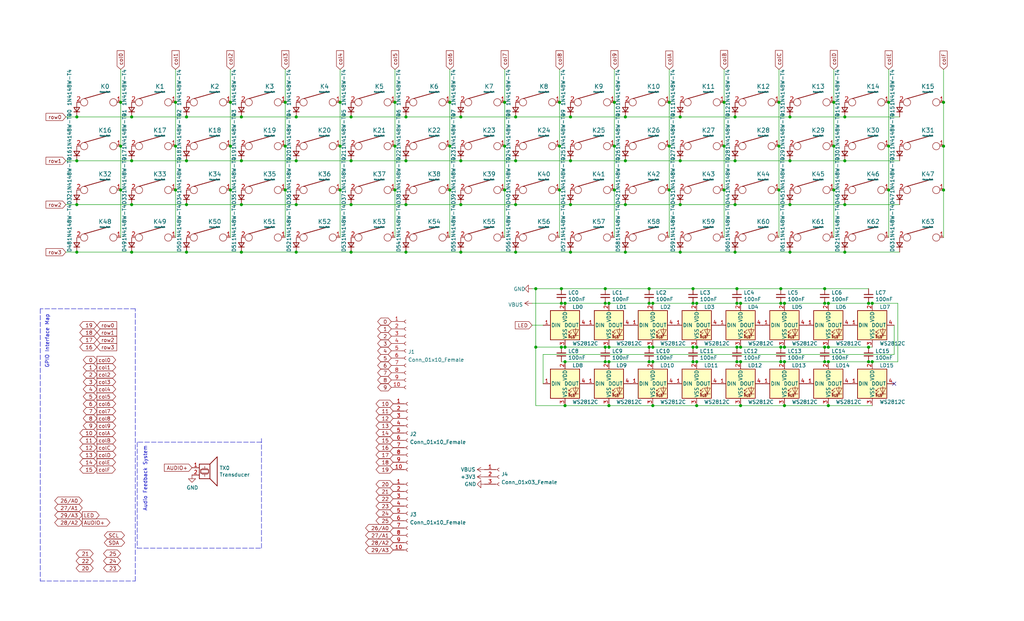
<source format=kicad_sch>
(kicad_sch (version 20211123) (generator eeschema)
  (paper "USLegal")
  (junction (at 289.56 35.56))
  (junction (at 118.11 35.56))
  (junction (at 198.12 55.88))
  (junction (at 287.655 105.41))
  (junction (at 137.16 50.8))
  (junction (at 156.21 50.8))
  (junction (at 286.385 105.41))
  (junction (at 257.175 120.65))
  (junction (at 194.31 66.04))
  (junction (at 255.27 87.63))
  (junction (at 255.27 55.88))
  (junction (at 286.385 100.33))
  (junction (at 64.77 55.88))
  (junction (at 255.27 71.12))
  (junction (at 160.02 87.63))
  (junction (at 286.385 120.65))
  (junction (at 194.945 120.65))
  (junction (at 270.51 50.8))
  (junction (at 186.055 100.33))
  (junction (at 270.51 66.04))
  (junction (at 80.01 35.56))
  (junction (at 272.415 120.65))
  (junction (at 179.07 87.63))
  (junction (at 236.22 71.12))
  (junction (at 255.905 105.41))
  (junction (at 160.02 40.64))
  (junction (at 289.56 66.04))
  (junction (at 327.66 66.04))
  (junction (at 255.905 120.65))
  (junction (at 251.46 35.56))
  (junction (at 241.935 120.65))
  (junction (at 213.36 50.8))
  (junction (at 240.665 120.65))
  (junction (at 194.945 100.33))
  (junction (at 83.82 71.12))
  (junction (at 213.36 35.56))
  (junction (at 251.46 66.04))
  (junction (at 293.37 71.12))
  (junction (at 80.01 50.8))
  (junction (at 232.41 50.8))
  (junction (at 26.67 71.12))
  (junction (at 80.01 66.04))
  (junction (at 198.12 71.12))
  (junction (at 121.92 40.64))
  (junction (at 240.665 100.33))
  (junction (at 175.26 35.56))
  (junction (at 210.185 125.73))
  (junction (at 26.67 87.63))
  (junction (at 26.67 55.88))
  (junction (at 217.17 40.64))
  (junction (at 301.625 120.65))
  (junction (at 175.26 66.04))
  (junction (at 118.11 50.8))
  (junction (at 255.27 40.64))
  (junction (at 301.625 105.41))
  (junction (at 274.32 71.12))
  (junction (at 226.695 140.97))
  (junction (at 232.41 66.04))
  (junction (at 196.215 120.65))
  (junction (at 194.31 50.8))
  (junction (at 211.455 105.41))
  (junction (at 198.12 87.63))
  (junction (at 236.22 40.64))
  (junction (at 102.87 55.88))
  (junction (at 289.56 50.8))
  (junction (at 179.07 71.12))
  (junction (at 179.07 40.64))
  (junction (at 241.935 140.97))
  (junction (at 271.145 120.65))
  (junction (at 102.87 87.63))
  (junction (at 140.97 40.64))
  (junction (at 156.21 66.04))
  (junction (at 41.91 66.04))
  (junction (at 308.61 66.04))
  (junction (at 211.455 120.65))
  (junction (at 45.72 71.12))
  (junction (at 137.16 66.04))
  (junction (at 257.175 105.41))
  (junction (at 225.425 120.65))
  (junction (at 160.02 55.88))
  (junction (at 121.92 55.88))
  (junction (at 210.185 100.33))
  (junction (at 64.77 40.64))
  (junction (at 102.87 71.12))
  (junction (at 194.31 35.56))
  (junction (at 196.215 125.73))
  (junction (at 213.36 66.04))
  (junction (at 240.665 125.73))
  (junction (at 226.695 120.65))
  (junction (at 255.905 100.33))
  (junction (at 271.145 125.73))
  (junction (at 186.055 120.65))
  (junction (at 251.46 50.8))
  (junction (at 236.22 55.88))
  (junction (at 99.06 50.8))
  (junction (at 255.905 125.73))
  (junction (at 236.22 87.63))
  (junction (at 272.415 105.41))
  (junction (at 271.145 100.33))
  (junction (at 60.96 50.8))
  (junction (at 45.72 55.88))
  (junction (at 121.92 87.63))
  (junction (at 118.11 66.04))
  (junction (at 271.145 105.41))
  (junction (at 287.655 120.65))
  (junction (at 211.455 125.73))
  (junction (at 64.77 71.12))
  (junction (at 241.935 105.41))
  (junction (at 83.82 87.63))
  (junction (at 156.21 35.56))
  (junction (at 64.77 87.63))
  (junction (at 272.415 125.73))
  (junction (at 308.61 50.8))
  (junction (at 217.17 87.63))
  (junction (at 241.935 125.73))
  (junction (at 272.415 140.97))
  (junction (at 179.07 55.88))
  (junction (at 302.895 105.41))
  (junction (at 293.37 87.63))
  (junction (at 99.06 35.56))
  (junction (at 41.91 50.8))
  (junction (at 308.61 35.56))
  (junction (at 225.425 100.33))
  (junction (at 196.215 140.97))
  (junction (at 274.32 55.88))
  (junction (at 211.455 140.97))
  (junction (at 301.625 125.73))
  (junction (at 257.175 125.73))
  (junction (at 287.655 125.73))
  (junction (at 226.695 125.73))
  (junction (at 274.32 87.63))
  (junction (at 83.82 55.88))
  (junction (at 232.41 35.56))
  (junction (at 286.385 125.73))
  (junction (at 302.895 125.73))
  (junction (at 226.695 105.41))
  (junction (at 240.665 105.41))
  (junction (at 287.655 140.97))
  (junction (at 194.945 105.41))
  (junction (at 45.72 87.63))
  (junction (at 83.82 40.64))
  (junction (at 225.425 125.73))
  (junction (at 217.17 55.88))
  (junction (at 140.97 71.12))
  (junction (at 175.26 50.8))
  (junction (at 140.97 87.63))
  (junction (at 160.02 71.12))
  (junction (at 99.06 66.04))
  (junction (at 60.96 35.56))
  (junction (at 257.175 140.97))
  (junction (at 45.72 40.64))
  (junction (at 225.425 105.41))
  (junction (at 293.37 55.88))
  (junction (at 60.96 66.04))
  (junction (at 196.215 105.41))
  (junction (at 41.91 35.56))
  (junction (at 327.66 50.8))
  (junction (at 327.66 35.56))
  (junction (at 102.87 40.64))
  (junction (at 121.92 71.12))
  (junction (at 270.51 35.56))
  (junction (at 210.185 120.65))
  (junction (at 198.12 40.64))
  (junction (at 293.37 40.64))
  (junction (at 137.16 35.56))
  (junction (at 140.97 55.88))
  (junction (at 274.32 40.64))
  (junction (at 210.185 105.41))
  (junction (at 26.67 40.64))
  (junction (at 217.17 71.12))
  (no_connect (at 310.515 133.35))
  (wire (pts (xy 80.01 50.8) (xy 80.01 66.04)))
  (wire (pts (xy 257.175 125.73) (xy 271.145 125.73)))
  (wire (pts (xy 251.46 66.04) (xy 251.46 82.55)))
  (wire (pts (xy 210.185 105.41) (xy 211.455 105.41)))
  (wire (pts (xy 64.77 71.12) (xy 83.82 71.12)))
  (wire (pts (xy 293.37 87.63) (xy 274.32 87.63)))
  (wire (pts (xy 175.26 66.04) (xy 175.26 82.55)))
  (wire (pts (xy 271.145 125.73) (xy 272.415 125.73)))
  (wire (pts (xy 327.66 66.04) (xy 327.66 82.55)))
  (wire (pts (xy 217.17 71.12) (xy 236.22 71.12)))
  (wire (pts (xy 188.595 123.19) (xy 188.595 133.35)))
  (wire (pts (xy 271.145 105.41) (xy 272.415 105.41)))
  (wire (pts (xy 156.21 35.56) (xy 156.21 50.8)))
  (wire (pts (xy 255.27 87.63) (xy 236.22 87.63)))
  (wire (pts (xy 293.37 55.88) (xy 274.32 55.88)))
  (wire (pts (xy 83.82 40.64) (xy 102.87 40.64)))
  (wire (pts (xy 255.27 40.64) (xy 274.32 40.64)))
  (wire (pts (xy 272.415 140.97) (xy 287.655 140.97)))
  (wire (pts (xy 45.72 40.64) (xy 64.77 40.64)))
  (wire (pts (xy 270.51 82.55) (xy 270.51 66.04)))
  (wire (pts (xy 213.36 50.8) (xy 213.36 66.04)))
  (wire (pts (xy 241.935 125.73) (xy 255.905 125.73)))
  (wire (pts (xy 102.87 40.64) (xy 121.92 40.64)))
  (wire (pts (xy 293.37 71.12) (xy 312.42 71.12)))
  (wire (pts (xy 232.41 35.56) (xy 232.41 50.8)))
  (wire (pts (xy 310.515 113.03) (xy 310.515 123.19)))
  (wire (pts (xy 102.87 71.12) (xy 121.92 71.12)))
  (wire (pts (xy 286.385 105.41) (xy 287.655 105.41)))
  (wire (pts (xy 302.895 105.41) (xy 311.785 105.41)))
  (wire (pts (xy 179.07 87.63) (xy 160.02 87.63)))
  (wire (pts (xy 226.695 105.41) (xy 240.665 105.41)))
  (wire (pts (xy 188.595 113.03) (xy 184.785 113.03)))
  (wire (pts (xy 140.97 87.63) (xy 121.92 87.63)))
  (wire (pts (xy 26.67 40.64) (xy 45.72 40.64)))
  (wire (pts (xy 99.06 66.04) (xy 99.06 82.55)))
  (wire (pts (xy 308.61 50.8) (xy 308.61 66.04)))
  (wire (pts (xy 274.32 87.63) (xy 255.27 87.63)))
  (wire (pts (xy 327.66 50.8) (xy 327.66 66.04)))
  (wire (pts (xy 289.56 66.04) (xy 289.56 82.55)))
  (wire (pts (xy 255.905 125.73) (xy 257.175 125.73)))
  (wire (pts (xy 140.97 40.64) (xy 160.02 40.64)))
  (wire (pts (xy 83.82 71.12) (xy 102.87 71.12)))
  (wire (pts (xy 184.785 105.41) (xy 194.945 105.41)))
  (wire (pts (xy 198.12 71.12) (xy 217.17 71.12)))
  (wire (pts (xy 236.22 71.12) (xy 255.27 71.12)))
  (wire (pts (xy 327.66 35.56) (xy 327.66 50.8)))
  (wire (pts (xy 156.21 24.13) (xy 156.21 35.56)))
  (wire (pts (xy 196.215 140.97) (xy 211.455 140.97)))
  (wire (pts (xy 241.935 120.65) (xy 255.905 120.65)))
  (wire (pts (xy 251.46 35.56) (xy 251.46 50.8)))
  (wire (pts (xy 137.16 66.04) (xy 137.16 82.55)))
  (wire (pts (xy 289.56 35.56) (xy 289.56 24.13)))
  (wire (pts (xy 286.385 120.65) (xy 287.655 120.65)))
  (wire (pts (xy 80.01 66.04) (xy 80.01 82.55)))
  (wire (pts (xy 240.665 100.33) (xy 255.905 100.33)))
  (wire (pts (xy 255.27 55.88) (xy 236.22 55.88)))
  (wire (pts (xy 22.86 87.63) (xy 26.67 87.63)))
  (wire (pts (xy 175.26 35.56) (xy 175.26 24.13)))
  (wire (pts (xy 217.17 40.64) (xy 236.22 40.64)))
  (wire (pts (xy 217.17 55.88) (xy 198.12 55.88)))
  (wire (pts (xy 236.22 87.63) (xy 217.17 87.63)))
  (wire (pts (xy 99.06 35.56) (xy 99.06 50.8)))
  (wire (pts (xy 41.91 35.56) (xy 41.91 50.8)))
  (polyline (pts (xy 46.99 107.315) (xy 13.97 107.315)))
  (wire (pts (xy 213.36 66.04) (xy 213.36 82.55)))
  (wire (pts (xy 175.26 35.56) (xy 175.26 50.8)))
  (polyline (pts (xy 90.805 190.5) (xy 90.805 152.4)))
  (wire (pts (xy 99.06 50.8) (xy 99.06 66.04)))
  (wire (pts (xy 232.41 50.8) (xy 232.41 66.04)))
  (wire (pts (xy 257.175 140.97) (xy 272.415 140.97)))
  (polyline (pts (xy 47.625 190.5) (xy 90.805 190.5)))
  (wire (pts (xy 274.32 40.64) (xy 293.37 40.64)))
  (wire (pts (xy 26.67 71.12) (xy 45.72 71.12)))
  (wire (pts (xy 272.415 125.73) (xy 286.385 125.73)))
  (wire (pts (xy 80.01 24.13) (xy 80.01 35.56)))
  (wire (pts (xy 236.22 40.64) (xy 255.27 40.64)))
  (wire (pts (xy 210.185 100.33) (xy 225.425 100.33)))
  (wire (pts (xy 118.11 66.04) (xy 118.11 82.55)))
  (wire (pts (xy 121.92 55.88) (xy 102.87 55.88)))
  (wire (pts (xy 194.31 50.8) (xy 194.31 66.04)))
  (wire (pts (xy 198.12 87.63) (xy 179.07 87.63)))
  (wire (pts (xy 226.695 140.97) (xy 241.935 140.97)))
  (wire (pts (xy 194.945 125.73) (xy 196.215 125.73)))
  (wire (pts (xy 211.455 120.65) (xy 225.425 120.65)))
  (wire (pts (xy 301.625 125.73) (xy 302.895 125.73)))
  (wire (pts (xy 270.51 24.13) (xy 270.51 35.56)))
  (wire (pts (xy 137.16 35.56) (xy 137.16 24.13)))
  (wire (pts (xy 287.655 105.41) (xy 301.625 105.41)))
  (polyline (pts (xy 13.97 201.93) (xy 46.99 201.93)))
  (wire (pts (xy 99.06 35.56) (xy 99.06 24.13)))
  (wire (pts (xy 225.425 100.33) (xy 240.665 100.33)))
  (polyline (pts (xy 47.625 153.67) (xy 47.625 190.5)))
  (wire (pts (xy 140.97 71.12) (xy 160.02 71.12)))
  (polyline (pts (xy 13.97 107.315) (xy 13.97 201.93)))
  (wire (pts (xy 179.07 40.64) (xy 198.12 40.64)))
  (wire (pts (xy 240.665 105.41) (xy 241.935 105.41)))
  (wire (pts (xy 198.12 55.88) (xy 179.07 55.88)))
  (wire (pts (xy 118.11 50.8) (xy 118.11 66.04)))
  (wire (pts (xy 293.37 40.64) (xy 312.42 40.64)))
  (wire (pts (xy 194.945 120.65) (xy 196.215 120.65)))
  (wire (pts (xy 271.145 100.33) (xy 286.385 100.33)))
  (wire (pts (xy 327.66 35.56) (xy 327.66 24.13)))
  (wire (pts (xy 251.46 50.8) (xy 251.46 66.04)))
  (wire (pts (xy 225.425 125.73) (xy 226.695 125.73)))
  (wire (pts (xy 160.02 40.64) (xy 179.07 40.64)))
  (wire (pts (xy 156.21 50.8) (xy 156.21 66.04)))
  (wire (pts (xy 186.055 100.33) (xy 194.945 100.33)))
  (wire (pts (xy 240.665 125.73) (xy 241.935 125.73)))
  (wire (pts (xy 286.385 125.73) (xy 287.655 125.73)))
  (wire (pts (xy 255.905 100.33) (xy 271.145 100.33)))
  (wire (pts (xy 211.455 140.97) (xy 226.695 140.97)))
  (wire (pts (xy 232.41 24.13) (xy 232.41 35.56)))
  (wire (pts (xy 83.82 55.88) (xy 64.77 55.88)))
  (wire (pts (xy 186.055 140.97) (xy 196.215 140.97)))
  (wire (pts (xy 274.32 55.88) (xy 255.27 55.88)))
  (wire (pts (xy 226.695 125.73) (xy 240.665 125.73)))
  (wire (pts (xy 287.655 120.65) (xy 301.625 120.65)))
  (wire (pts (xy 118.11 24.13) (xy 118.11 35.56)))
  (wire (pts (xy 140.97 55.88) (xy 121.92 55.88)))
  (wire (pts (xy 179.07 55.88) (xy 160.02 55.88)))
  (wire (pts (xy 194.31 35.56) (xy 194.31 50.8)))
  (wire (pts (xy 257.175 120.65) (xy 271.145 120.65)))
  (wire (pts (xy 289.56 50.8) (xy 289.56 66.04)))
  (wire (pts (xy 83.82 87.63) (xy 64.77 87.63)))
  (wire (pts (xy 156.21 66.04) (xy 156.21 82.55)))
  (wire (pts (xy 241.935 140.97) (xy 257.175 140.97)))
  (wire (pts (xy 196.215 125.73) (xy 210.185 125.73)))
  (wire (pts (xy 251.46 35.56) (xy 251.46 24.13)))
  (wire (pts (xy 301.625 105.41) (xy 302.895 105.41)))
  (wire (pts (xy 311.785 105.41) (xy 311.785 125.73)))
  (wire (pts (xy 22.86 71.12) (xy 26.67 71.12)))
  (wire (pts (xy 255.905 120.65) (xy 257.175 120.65)))
  (wire (pts (xy 232.41 66.04) (xy 232.41 82.55)))
  (wire (pts (xy 121.92 40.64) (xy 140.97 40.64)))
  (wire (pts (xy 102.87 55.88) (xy 83.82 55.88)))
  (wire (pts (xy 194.945 100.33) (xy 210.185 100.33)))
  (wire (pts (xy 184.785 100.33) (xy 186.055 100.33)))
  (wire (pts (xy 160.02 87.63) (xy 140.97 87.63)))
  (wire (pts (xy 60.96 66.04) (xy 60.96 82.55)))
  (wire (pts (xy 186.055 100.33) (xy 186.055 120.65)))
  (wire (pts (xy 211.455 125.73) (xy 225.425 125.73)))
  (wire (pts (xy 310.515 123.19) (xy 188.595 123.19)))
  (wire (pts (xy 226.695 120.65) (xy 240.665 120.65)))
  (wire (pts (xy 274.32 71.12) (xy 293.37 71.12)))
  (wire (pts (xy 255.27 71.12) (xy 274.32 71.12)))
  (wire (pts (xy 271.145 120.65) (xy 272.415 120.65)))
  (wire (pts (xy 272.415 105.41) (xy 286.385 105.41)))
  (wire (pts (xy 64.77 55.88) (xy 45.72 55.88)))
  (wire (pts (xy 308.61 24.13) (xy 308.61 35.56)))
  (wire (pts (xy 286.385 100.33) (xy 301.625 100.33)))
  (wire (pts (xy 80.01 35.56) (xy 80.01 50.8)))
  (wire (pts (xy 64.77 87.63) (xy 45.72 87.63)))
  (wire (pts (xy 236.22 55.88) (xy 217.17 55.88)))
  (polyline (pts (xy 46.99 201.93) (xy 46.99 107.315)))
  (wire (pts (xy 311.785 125.73) (xy 302.895 125.73)))
  (wire (pts (xy 270.51 66.04) (xy 270.51 50.8)))
  (wire (pts (xy 175.26 50.8) (xy 175.26 66.04)))
  (wire (pts (xy 225.425 105.41) (xy 226.695 105.41)))
  (wire (pts (xy 210.185 125.73) (xy 211.455 125.73)))
  (wire (pts (xy 287.655 125.73) (xy 301.625 125.73)))
  (wire (pts (xy 255.905 105.41) (xy 257.175 105.41)))
  (wire (pts (xy 308.61 66.04) (xy 308.61 82.55)))
  (wire (pts (xy 102.87 87.63) (xy 83.82 87.63)))
  (wire (pts (xy 225.425 120.65) (xy 226.695 120.65)))
  (wire (pts (xy 213.36 35.56) (xy 213.36 24.13)))
  (wire (pts (xy 45.72 87.63) (xy 26.67 87.63)))
  (wire (pts (xy 210.185 120.65) (xy 211.455 120.65)))
  (wire (pts (xy 194.31 66.04) (xy 194.31 82.55)))
  (wire (pts (xy 41.91 66.04) (xy 41.91 82.55)))
  (wire (pts (xy 211.455 105.41) (xy 225.425 105.41)))
  (wire (pts (xy 194.945 105.41) (xy 196.215 105.41)))
  (wire (pts (xy 257.175 105.41) (xy 271.145 105.41)))
  (wire (pts (xy 289.56 35.56) (xy 289.56 50.8)))
  (wire (pts (xy 64.77 40.64) (xy 83.82 40.64)))
  (wire (pts (xy 308.61 35.56) (xy 308.61 50.8)))
  (wire (pts (xy 45.72 55.88) (xy 26.67 55.88)))
  (wire (pts (xy 196.215 105.41) (xy 210.185 105.41)))
  (wire (pts (xy 270.51 50.8) (xy 270.51 35.56)))
  (wire (pts (xy 312.42 55.88) (xy 293.37 55.88)))
  (wire (pts (xy 312.42 87.63) (xy 293.37 87.63)))
  (wire (pts (xy 45.72 71.12) (xy 64.77 71.12)))
  (wire (pts (xy 41.91 50.8) (xy 41.91 66.04)))
  (wire (pts (xy 121.92 71.12) (xy 140.97 71.12)))
  (wire (pts (xy 287.655 140.97) (xy 302.895 140.97)))
  (wire (pts (xy 137.16 35.56) (xy 137.16 50.8)))
  (wire (pts (xy 160.02 71.12) (xy 179.07 71.12)))
  (wire (pts (xy 118.11 35.56) (xy 118.11 50.8)))
  (wire (pts (xy 160.02 55.88) (xy 140.97 55.88)))
  (polyline (pts (xy 90.805 153.67) (xy 47.625 153.67)))
  (wire (pts (xy 22.86 55.88) (xy 26.67 55.88)))
  (wire (pts (xy 60.96 35.56) (xy 60.96 50.8)))
  (wire (pts (xy 137.16 50.8) (xy 137.16 66.04)))
  (wire (pts (xy 186.055 120.65) (xy 186.055 140.97)))
  (wire (pts (xy 213.36 35.56) (xy 213.36 50.8)))
  (wire (pts (xy 41.91 35.56) (xy 41.91 24.13)))
  (wire (pts (xy 186.055 120.65) (xy 194.945 120.65)))
  (wire (pts (xy 60.96 24.13) (xy 60.96 35.56)))
  (wire (pts (xy 272.415 120.65) (xy 286.385 120.65)))
  (wire (pts (xy 217.17 87.63) (xy 198.12 87.63)))
  (wire (pts (xy 196.215 120.65) (xy 210.185 120.65)))
  (wire (pts (xy 22.86 40.64) (xy 26.67 40.64)))
  (wire (pts (xy 198.12 40.64) (xy 217.17 40.64)))
  (wire (pts (xy 241.935 105.41) (xy 255.905 105.41)))
  (wire (pts (xy 194.31 24.13) (xy 194.31 35.56)))
  (wire (pts (xy 179.07 71.12) (xy 198.12 71.12)))
  (wire (pts (xy 60.96 50.8) (xy 60.96 66.04)))
  (wire (pts (xy 301.625 120.65) (xy 302.895 120.65)))
  (wire (pts (xy 121.92 87.63) (xy 102.87 87.63)))
  (wire (pts (xy 240.665 120.65) (xy 241.935 120.65)))
  (text "Audio Feedback System" (at 51.181 154.94 270) (effects (font (size 1.27 1.27)) (justify right bottom)))
  (text "GPIO Interface Map" (at 17.145 109.22 270) (effects (font (size 1.27 1.27)) (justify right bottom)))
  (global_label "4" (shape bidirectional) (at 33.655 135.255 180) (property "Intersheet References" "${INTERSHEET_REFS}" (effects hide)))
  (global_label "row2" (shape input) (at 33.655 118.11 0) (property "Intersheet References" "${INTERSHEET_REFS}" (effects hide)))
  (global_label "2" (shape bidirectional) (at 33.655 130.175 180) (property "Intersheet References" "${INTERSHEET_REFS}" (effects hide)))
  (global_label "28{slash}A2" (shape bidirectional) (at 136.525 188.595 180) (property "Intersheet References" "${INTERSHEET_REFS}" (effects hide)))
  (global_label "colF" (shape output) (at 33.655 163.195 0) (property "Intersheet References" "${INTERSHEET_REFS}" (effects hide)))
  (global_label "col0" (shape input) (at 41.91 24.13 90) (property "Intersheet References" "${INTERSHEET_REFS}" (effects hide)))
  (global_label "3" (shape bidirectional) (at 33.655 132.715 180) (property "Intersheet References" "${INTERSHEET_REFS}" (effects hide)))
  (global_label "5" (shape bidirectional) (at 33.655 137.795 180) (property "Intersheet References" "${INTERSHEET_REFS}" (effects hide)))
  (global_label "18" (shape bidirectional) (at 33.655 115.57 180) (property "Intersheet References" "${INTERSHEET_REFS}" (effects hide)))
  (global_label "12" (shape bidirectional) (at 33.655 155.575 180) (property "Intersheet References" "${INTERSHEET_REFS}" (effects hide)))
  (global_label "22" (shape bidirectional) (at 136.525 173.355 180) (property "Intersheet References" "${INTERSHEET_REFS}" (effects hide)))
  (global_label "col9" (shape input) (at 213.36 24.13 90) (property "Intersheet References" "${INTERSHEET_REFS}" (effects hide)))
  (global_label "26{slash}A0" (shape bidirectional) (at 136.525 183.515 180) (property "Intersheet References" "${INTERSHEET_REFS}" (effects hide)))
  (global_label "colA" (shape input) (at 232.41 24.13 90) (property "Intersheet References" "${INTERSHEET_REFS}" (effects hide)))
  (global_label "row3" (shape input) (at 33.655 120.65 0) (property "Intersheet References" "${INTERSHEET_REFS}" (effects hide)))
  (global_label "19" (shape bidirectional) (at 136.525 163.195 180) (property "Intersheet References" "${INTERSHEET_REFS}" (effects hide)))
  (global_label "23" (shape bidirectional) (at 41.91 197.485 180) (property "Intersheet References" "${INTERSHEET_REFS}" (effects hide)))
  (global_label "25" (shape bidirectional) (at 136.525 180.975 180) (property "Intersheet References" "${INTERSHEET_REFS}" (effects hide)))
  (global_label "SDA" (shape bidirectional) (at 36.195 188.595 0) (property "Intersheet References" "${INTERSHEET_REFS}" (effects hide)))
  (global_label "colE" (shape input) (at 308.61 24.13 90) (property "Intersheet References" "${INTERSHEET_REFS}" (effects hide)))
  (global_label "LED" (shape input) (at 184.785 113.03 180) (property "Intersheet References" "${INTERSHEET_REFS}" (effects hide)))
  (global_label "colC" (shape output) (at 33.655 155.575 0) (property "Intersheet References" "${INTERSHEET_REFS}" (effects hide)))
  (global_label "colB" (shape output) (at 33.655 153.035 0) (property "Intersheet References" "${INTERSHEET_REFS}" (effects hide)))
  (global_label "col7" (shape output) (at 33.655 142.875 0) (property "Intersheet References" "${INTERSHEET_REFS}" (effects hide)))
  (global_label "17" (shape bidirectional) (at 136.525 158.115 180) (property "Intersheet References" "${INTERSHEET_REFS}" (effects hide)))
  (global_label "colE" (shape output) (at 33.655 160.655 0) (property "Intersheet References" "${INTERSHEET_REFS}" (effects hide)))
  (global_label "10" (shape bidirectional) (at 33.655 150.495 180) (property "Intersheet References" "${INTERSHEET_REFS}" (effects hide)))
  (global_label "24" (shape bidirectional) (at 136.525 178.435 180) (property "Intersheet References" "${INTERSHEET_REFS}" (effects hide)))
  (global_label "colF" (shape input) (at 327.66 24.13 90) (property "Intersheet References" "${INTERSHEET_REFS}" (effects hide)))
  (global_label "21" (shape bidirectional) (at 32.385 192.405 180) (property "Intersheet References" "${INTERSHEET_REFS}" (effects hide)))
  (global_label "16" (shape bidirectional) (at 33.655 120.65 180) (property "Intersheet References" "${INTERSHEET_REFS}" (effects hide)))
  (global_label "21" (shape bidirectional) (at 136.525 170.815 180) (property "Intersheet References" "${INTERSHEET_REFS}" (effects hide)))
  (global_label "1" (shape bidirectional) (at 33.655 127.635 180) (property "Intersheet References" "${INTERSHEET_REFS}" (effects hide)))
  (global_label "27{slash}A1" (shape bidirectional) (at 136.525 186.055 180) (property "Intersheet References" "${INTERSHEET_REFS}" (effects hide)))
  (global_label "AUDIO+" (shape output) (at 28.575 181.61 0) (property "Intersheet References" "${INTERSHEET_REFS}" (effects hide)))
  (global_label "13" (shape bidirectional) (at 33.655 158.115 180) (property "Intersheet References" "${INTERSHEET_REFS}" (effects hide)))
  (global_label "row3" (shape input) (at 22.86 87.63 180) (property "Intersheet References" "${INTERSHEET_REFS}" (effects hide)))
  (global_label "7" (shape bidirectional) (at 135.89 129.54 180) (property "Intersheet References" "${INTERSHEET_REFS}" (effects hide)))
  (global_label "12" (shape bidirectional) (at 136.525 145.415 180) (property "Intersheet References" "${INTERSHEET_REFS}" (effects hide)))
  (global_label "AUDIO+" (shape input) (at 66.675 162.56 180) (property "Intersheet References" "${INTERSHEET_REFS}" (effects hide)))
  (global_label "8" (shape bidirectional) (at 135.89 132.08 180) (property "Intersheet References" "${INTERSHEET_REFS}" (effects hide)))
  (global_label "17" (shape bidirectional) (at 33.655 118.11 180) (property "Intersheet References" "${INTERSHEET_REFS}" (effects hide)))
  (global_label "9" (shape bidirectional) (at 33.655 147.955 180) (property "Intersheet References" "${INTERSHEET_REFS}" (effects hide)))
  (global_label "16" (shape bidirectional) (at 136.525 155.575 180) (property "Intersheet References" "${INTERSHEET_REFS}" (effects hide)))
  (global_label "22" (shape bidirectional) (at 32.385 194.945 180) (property "Intersheet References" "${INTERSHEET_REFS}" (effects hide)))
  (global_label "5" (shape bidirectional) (at 135.89 124.46 180) (property "Intersheet References" "${INTERSHEET_REFS}" (effects hide)))
  (global_label "20" (shape bidirectional) (at 32.385 197.485 180) (property "Intersheet References" "${INTERSHEET_REFS}" (effects hide)))
  (global_label "col6" (shape output) (at 33.655 140.335 0) (property "Intersheet References" "${INTERSHEET_REFS}" (effects hide)))
  (global_label "col2" (shape output) (at 33.655 130.175 0) (property "Intersheet References" "${INTERSHEET_REFS}" (effects hide)))
  (global_label "0" (shape bidirectional) (at 33.655 125.095 180) (property "Intersheet References" "${INTERSHEET_REFS}" (effects hide)))
  (global_label "col9" (shape output) (at 33.655 147.955 0) (property "Intersheet References" "${INTERSHEET_REFS}" (effects hide)))
  (global_label "9" (shape bidirectional) (at 135.89 134.62 180) (property "Intersheet References" "${INTERSHEET_REFS}" (effects hide)))
  (global_label "row1" (shape input) (at 22.86 55.88 180) (property "Intersheet References" "${INTERSHEET_REFS}" (effects hide)))
  (global_label "col3" (shape output) (at 33.655 132.715 0) (property "Intersheet References" "${INTERSHEET_REFS}" (effects hide)))
  (global_label "23" (shape bidirectional) (at 136.525 175.895 180) (property "Intersheet References" "${INTERSHEET_REFS}" (effects hide)))
  (global_label "colD" (shape input) (at 289.56 24.13 90) (property "Intersheet References" "${INTERSHEET_REFS}" (effects hide)))
  (global_label "col5" (shape output) (at 33.655 137.795 0) (property "Intersheet References" "${INTERSHEET_REFS}" (effects hide)))
  (global_label "6" (shape bidirectional) (at 135.89 127 180) (property "Intersheet References" "${INTERSHEET_REFS}" (effects hide)))
  (global_label "25" (shape bidirectional) (at 41.91 192.405 180) (property "Intersheet References" "${INTERSHEET_REFS}" (effects hide)))
  (global_label "7" (shape bidirectional) (at 33.655 142.875 180) (property "Intersheet References" "${INTERSHEET_REFS}" (effects hide)))
  (global_label "20" (shape bidirectional) (at 136.525 168.275 180) (property "Intersheet References" "${INTERSHEET_REFS}" (effects hide)))
  (global_label "14" (shape bidirectional) (at 136.525 150.495 180) (property "Intersheet References" "${INTERSHEET_REFS}" (effects hide)))
  (global_label "LED" (shape output) (at 28.575 179.07 0) (property "Intersheet References" "${INTERSHEET_REFS}" (effects hide)))
  (global_label "27{slash}A1" (shape bidirectional) (at 28.575 176.53 180) (property "Intersheet References" "${INTERSHEET_REFS}" (effects hide)))
  (global_label "0" (shape bidirectional) (at 135.89 111.76 180) (property "Intersheet References" "${INTERSHEET_REFS}" (effects hide)))
  (global_label "15" (shape bidirectional) (at 136.525 153.035 180) (property "Intersheet References" "${INTERSHEET_REFS}" (effects hide)))
  (global_label "6" (shape bidirectional) (at 33.655 140.335 180) (property "Intersheet References" "${INTERSHEET_REFS}" (effects hide)))
  (global_label "colD" (shape output) (at 33.655 158.115 0) (property "Intersheet References" "${INTERSHEET_REFS}" (effects hide)))
  (global_label "col3" (shape input) (at 99.06 24.13 90) (property "Intersheet References" "${INTERSHEET_REFS}" (effects hide)))
  (global_label "col5" (shape input) (at 137.16 24.13 90) (property "Intersheet References" "${INTERSHEET_REFS}" (effects hide)))
  (global_label "row2" (shape input) (at 22.86 71.12 180) (property "Intersheet References" "${INTERSHEET_REFS}" (effects hide)))
  (global_label "19" (shape bidirectional) (at 33.655 113.03 180) (property "Intersheet References" "${INTERSHEET_REFS}" (effects hide)))
  (global_label "29{slash}A3" (shape bidirectional) (at 136.525 191.135 180) (property "Intersheet References" "${INTERSHEET_REFS}" (effects hide)))
  (global_label "15" (shape bidirectional) (at 33.655 163.195 180) (property "Intersheet References" "${INTERSHEET_REFS}" (effects hide)))
  (global_label "col8" (shape output) (at 33.655 145.415 0) (property "Intersheet References" "${INTERSHEET_REFS}" (effects hide)))
  (global_label "24" (shape bidirectional) (at 41.91 194.945 180) (property "Intersheet References" "${INTERSHEET_REFS}" (effects hide)))
  (global_label "colB" (shape input) (at 251.46 24.13 90) (property "Intersheet References" "${INTERSHEET_REFS}" (effects hide)))
  (global_label "13" (shape bidirectional) (at 136.525 147.955 180) (property "Intersheet References" "${INTERSHEET_REFS}" (effects hide)))
  (global_label "3" (shape bidirectional) (at 135.89 119.38 180) (property "Intersheet References" "${INTERSHEET_REFS}" (effects hide)))
  (global_label "29{slash}A3" (shape bidirectional) (at 28.575 179.07 180) (property "Intersheet References" "${INTERSHEET_REFS}" (effects hide)))
  (global_label "1" (shape bidirectional) (at 135.89 114.3 180) (property "Intersheet References" "${INTERSHEET_REFS}" (effects hide)))
  (global_label "col1" (shape input) (at 60.96 24.13 90) (property "Intersheet References" "${INTERSHEET_REFS}" (effects hide)))
  (global_label "col0" (shape output) (at 33.655 125.095 0) (property "Intersheet References" "${INTERSHEET_REFS}" (effects hide)))
  (global_label "11" (shape bidirectional) (at 33.655 153.035 180) (property "Intersheet References" "${INTERSHEET_REFS}" (effects hide)))
  (global_label "colA" (shape output) (at 33.655 150.495 0) (property "Intersheet References" "${INTERSHEET_REFS}" (effects hide)))
  (global_label "10" (shape bidirectional) (at 136.525 140.335 180) (property "Intersheet References" "${INTERSHEET_REFS}" (effects hide)))
  (global_label "col1" (shape output) (at 33.655 127.635 0) (property "Intersheet References" "${INTERSHEET_REFS}" (effects hide)))
  (global_label "col4" (shape input) (at 118.11 24.13 90) (property "Intersheet References" "${INTERSHEET_REFS}" (effects hide)))
  (global_label "colC" (shape input) (at 270.51 24.13 90) (property "Intersheet References" "${INTERSHEET_REFS}" (effects hide)))
  (global_label "SCL" (shape bidirectional) (at 36.195 186.055 0) (property "Intersheet References" "${INTERSHEET_REFS}" (effects hide)))
  (global_label "col7" (shape input) (at 175.26 24.13 90) (property "Intersheet References" "${INTERSHEET_REFS}" (effects hide)))
  (global_label "col2" (shape input) (at 80.01 24.13 90) (property "Intersheet References" "${INTERSHEET_REFS}" (effects hide)))
  (global_label "row0" (shape input) (at 22.86 40.64 180) (property "Intersheet References" "${INTERSHEET_REFS}" (effects hide)))
  (global_label "28{slash}A2" (shape bidirectional) (at 28.575 181.61 180) (property "Intersheet References" "${INTERSHEET_REFS}" (effects hide)))
  (global_label "4" (shape bidirectional) (at 135.89 121.92 180) (property "Intersheet References" "${INTERSHEET_REFS}" (effects hide)))
  (global_label "14" (shape bidirectional) (at 33.655 160.655 180) (property "Intersheet References" "${INTERSHEET_REFS}" (effects hide)))
  (global_label "18" (shape bidirectional) (at 136.525 160.655 180) (property "Intersheet References" "${INTERSHEET_REFS}" (effects hide)))
  (global_label "11" (shape bidirectional) (at 136.525 142.875 180) (property "Intersheet References" "${INTERSHEET_REFS}" (effects hide)))
  (global_label "col6" (shape input) (at 156.21 24.13 90) (property "Intersheet References" "${INTERSHEET_REFS}" (effects hide)))
  (global_label "26{slash}A0" (shape bidirectional) (at 28.575 173.99 180) (property "Intersheet References" "${INTERSHEET_REFS}" (effects hide)))
  (global_label "col8" (shape input) (at 194.31 24.13 90) (property "Intersheet References" "${INTERSHEET_REFS}" (effects hide)))
  (global_label "2" (shape bidirectional) (at 135.89 116.84 180) (property "Intersheet References" "${INTERSHEET_REFS}" (effects hide)))
  (global_label "col4" (shape output) (at 33.655 135.255 0) (property "Intersheet References" "${INTERSHEET_REFS}" (effects hide)))
  (global_label "8" (shape bidirectional) (at 33.655 145.415 180) (property "Intersheet References" "${INTERSHEET_REFS}" (effects hide)))
  (global_label "row0" (shape input) (at 33.655 113.03 0) (property "Intersheet References" "${INTERSHEET_REFS}" (effects hide)))
  (global_label "row1" (shape input) (at 33.655 115.57 0) (property "Intersheet References" "${INTERSHEET_REFS}" (effects hide)))
  (symbol (lib_id "EDI:WS2812B-THT") (at 287.655 113.03 0) (unit 1)
    (property "Reference" "LD6" (at 290.195 106.68 0) (effects (justify left)))
    (property "Value" "WS2812C" (at 290.195 119.38 0) (effects (justify left)))
    (property "Footprint" "LED_THT:LED_D5.0mm-4_RGB" (effects hide))
    (property "Datasheet" "https://cdn-shop.adafruit.com/datasheets/WS2812B.pdf" (effects hide))
    (property "LCSC" "C965556" (effects hide))
  )
  (symbol (lib_id "HL-Mk2-rescue:KEYSW-keyboard_parts") (at 262.89 35.56 0) (unit 1)
    (property "Reference" "K12" (at 265.0744 30.0482 0) (effects (font (size 1.524 1.524))))
    (property "Value" "Keyswitch" (at 265.0744 31.9278 0) (effects (font (size 0.508 0.508))))
    (property "Footprint" "EDI:SW_PG1350" (effects hide))
  )
  (symbol (lib_id "Device:D_Small") (at 198.12 53.34 270) (mirror x) (unit 1)
    (property "Reference" "D25" (at 195.58 55.88 0) (effects (justify left)))
    (property "Value" "1N4148W-T4" (at 195.58 52.07 0) (effects (justify left)))
    (property "Footprint" "EDI:1N4148" (effects hide))
    (property "LCSC" "C68948" (effects hide))
  )
  (symbol (lib_id "HL-Mk2-rescue:KEYSW-keyboard_parts") (at 167.64 82.55 0) (unit 1)
    (property "Reference" "K55" (at 169.8244 77.0382 0) (effects (font (size 1.524 1.524))))
    (property "Value" "Keyswitch" (at 169.8244 78.9178 0) (effects (font (size 0.508 0.508))))
    (property "Footprint" "EDI:SW_PG1350" (effects hide))
  )
  (symbol (lib_id "EDI:WS2812B-THT") (at 302.895 113.03 0) (unit 1)
    (property "Reference" "LD7" (at 305.435 106.68 0) (effects (justify left)))
    (property "Value" "WS2812C" (at 305.435 119.38 0) (effects (justify left)))
    (property "Footprint" "LED_THT:LED_D5.0mm-4_RGB" (effects hide))
    (property "Datasheet" "https://cdn-shop.adafruit.com/datasheets/WS2812B.pdf" (effects hide))
    (property "LCSC" "C965556" (effects hide))
  )
  (symbol (lib_id "HL-Mk2-rescue:KEYSW-keyboard_parts") (at 148.59 35.56 0) (unit 1)
    (property "Reference" "K6" (at 150.7744 30.0482 0) (effects (font (size 1.524 1.524))))
    (property "Value" "Keyswitch" (at 150.7744 31.9278 0) (effects (font (size 0.508 0.508))))
    (property "Footprint" "EDI:SW_PG1350" (effects hide))
  )
  (symbol (lib_id "Device:D_Small") (at 160.02 85.09 270) (mirror x) (unit 1)
    (property "Reference" "D55" (at 157.48 87.63 0) (effects (justify left)))
    (property "Value" "1N4148W-T4" (at 157.48 83.82 0) (effects (justify left)))
    (property "Footprint" "EDI:1N4148" (effects hide))
    (property "LCSC" "C68948" (effects hide))
  )
  (symbol (lib_id "Device:D_Small") (at 293.37 68.58 270) (mirror x) (unit 1)
    (property "Reference" "D46" (at 290.83 71.12 0) (effects (justify left)))
    (property "Value" "1N4148W-T4" (at 290.83 67.31 0) (effects (justify left)))
    (property "Footprint" "EDI:1N4148" (effects hide))
    (property "LCSC" "C68948" (effects hide))
  )
  (symbol (lib_id "Device:C_Small") (at 194.945 123.19 0) (unit 1)
    (property "Reference" "LC8" (at 197.2818 122.0216 0) (effects (justify left)))
    (property "Value" "100nF" (at 197.2818 124.333 0) (effects (justify left)))
    (property "Footprint" "Capacitor_THT:C_Axial_L3.8mm_D2.6mm_P7.50mm_Horizontal" (effects hide))
    (property "LCSC" "C307331" (effects hide))
  )
  (symbol (lib_id "HL-Mk2-rescue:KEYSW-keyboard_parts") (at 205.74 35.56 0) (unit 1)
    (property "Reference" "K9" (at 207.9244 30.0482 0) (effects (font (size 1.524 1.524))))
    (property "Value" "Keyswitch" (at 207.9244 31.9278 0) (effects (font (size 0.508 0.508))))
    (property "Footprint" "EDI:SW_PG1350" (effects hide))
  )
  (symbol (lib_id "Device:D_Small") (at 160.02 53.34 270) (mirror x) (unit 1)
    (property "Reference" "D23" (at 157.48 55.88 0) (effects (justify left)))
    (property "Value" "1N4148W-T4" (at 157.48 52.07 0) (effects (justify left)))
    (property "Footprint" "EDI:1N4148" (effects hide))
    (property "LCSC" "C68948" (effects hide))
  )
  (symbol (lib_id "HL-Mk2-rescue:KEYSW-keyboard_parts") (at 186.69 82.55 0) (unit 1)
    (property "Reference" "K56" (at 188.8744 77.0382 0) (effects (font (size 1.524 1.524))))
    (property "Value" "Keyswitch" (at 188.8744 78.9178 0) (effects (font (size 0.508 0.508))))
    (property "Footprint" "EDI:SW_PG1350" (effects hide))
  )
  (symbol (lib_id "HL-Mk2-rescue:KEYSW-keyboard_parts") (at 205.74 50.8 0) (unit 1)
    (property "Reference" "K25" (at 207.9244 45.2882 0) (effects (font (size 1.524 1.524))))
    (property "Value" "Keyswitch" (at 207.9244 47.1678 0) (effects (font (size 0.508 0.508))))
    (property "Footprint" "EDI:SW_PG1350" (effects hide))
  )
  (symbol (lib_id "Connector:Conn_01x10_Female") (at 140.97 121.92 0) (unit 1)
    (property "Reference" "J1" (at 141.6812 122.2815 0) (effects (justify left)))
    (property "Value" "Conn_01x10_Female" (at 141.6812 125.0566 0) (effects (justify left)))
    (property "Footprint" "EDI:CastellatedEdges" (effects hide))
  )
  (symbol (lib_id "HL-Mk2-rescue:KEYSW-keyboard_parts") (at 186.69 66.04 0) (unit 1)
    (property "Reference" "K40" (at 188.8744 60.5282 0) (effects (font (size 1.524 1.524))))
    (property "Value" "Keyswitch" (at 188.8744 62.4078 0) (effects (font (size 0.508 0.508))))
    (property "Footprint" "EDI:SW_PG1350" (effects hide))
  )
  (symbol (lib_id "HL-Mk2-rescue:KEYSW-keyboard_parts") (at 320.04 50.8 0) (unit 1)
    (property "Reference" "K31" (at 322.2244 45.2882 0) (effects (font (size 1.524 1.524))))
    (property "Value" "Keyswitch" (at 322.2244 47.1678 0) (effects (font (size 0.508 0.508))))
    (property "Footprint" "EDI:SW_PG1350" (effects hide))
  )
  (symbol (lib_id "Device:D_Small") (at 45.72 85.09 270) (mirror x) (unit 1)
    (property "Reference" "D49" (at 43.18 87.63 0) (effects (justify left)))
    (property "Value" "1N4148W-T4" (at 43.18 83.82 0) (effects (justify left)))
    (property "Footprint" "EDI:1N4148" (effects hide))
    (property "LCSC" "C68948" (effects hide))
  )
  (symbol (lib_id "HL-Mk2-rescue:KEYSW-keyboard_parts") (at 34.29 66.04 0) (unit 1)
    (property "Reference" "K32" (at 36.4744 60.5282 0) (effects (font (size 1.524 1.524))))
    (property "Value" "Keyswitch" (at 36.4744 62.4078 0) (effects (font (size 0.508 0.508))))
    (property "Footprint" "EDI:SW_PG1350" (effects hide))
  )
  (symbol (lib_id "Device:D_Small") (at 198.12 68.58 270) (mirror x) (unit 1)
    (property "Reference" "D41" (at 195.58 71.12 0) (effects (justify left)))
    (property "Value" "1N4148W-T4" (at 195.58 67.31 0) (effects (justify left)))
    (property "Footprint" "EDI:1N4148" (effects hide))
    (property "LCSC" "C68948" (effects hide))
  )
  (symbol (lib_id "HL-Mk2-rescue:KEYSW-keyboard_parts") (at 281.94 50.8 0) (unit 1)
    (property "Reference" "K29" (at 284.1244 45.2882 0) (effects (font (size 1.524 1.524))))
    (property "Value" "Keyswitch" (at 284.1244 47.1678 0) (effects (font (size 0.508 0.508))))
    (property "Footprint" "EDI:SW_PG1350" (effects hide))
  )
  (symbol (lib_id "HL-Mk2-rescue:KEYSW-keyboard_parts") (at 300.99 66.04 0) (unit 1)
    (property "Reference" "K46" (at 303.1744 60.5282 0) (effects (font (size 1.524 1.524))))
    (property "Value" "Keyswitch" (at 303.1744 62.4078 0) (effects (font (size 0.508 0.508))))
    (property "Footprint" "EDI:SW_PG1350" (effects hide))
  )
  (symbol (lib_id "Connector:Conn_01x03_Female") (at 173.355 165.735 0) (unit 1)
    (property "Reference" "J4" (at 174.0662 164.8265 0) (effects (justify left)))
    (property "Value" "Conn_01x03_Female" (at 174.0662 167.6016 0) (effects (justify left)))
    (property "Footprint" "Connector_PinSocket_2.54mm:PinSocket_1x03_P2.54mm_Vertical" (effects hide))
  )
  (symbol (lib_id "Connector:Conn_01x10_Female") (at 141.605 178.435 0) (unit 1)
    (property "Reference" "J3" (at 142.3162 178.7965 0) (effects (justify left)))
    (property "Value" "Conn_01x10_Female" (at 142.3162 181.5716 0) (effects (justify left)))
    (property "Footprint" "EDI:CastellatedEdges" (effects hide))
  )
  (symbol (lib_id "Device:D_Small") (at 140.97 68.58 270) (mirror x) (unit 1)
    (property "Reference" "D38" (at 138.43 71.12 0) (effects (justify left)))
    (property "Value" "1N4148W-T4" (at 138.43 67.31 0) (effects (justify left)))
    (property "Footprint" "EDI:1N4148" (effects hide))
    (property "LCSC" "C68948" (effects hide))
  )
  (symbol (lib_id "Device:D_Small") (at 179.07 38.1 270) (mirror x) (unit 1)
    (property "Reference" "D8" (at 176.53 40.64 0) (effects (justify left)))
    (property "Value" "1N4148W-T4" (at 176.53 36.83 0) (effects (justify left)))
    (property "Footprint" "EDI:1N4148" (effects hide))
    (property "LCSC" "C68948" (effects hide))
  )
  (symbol (lib_id "Device:C_Small") (at 194.945 102.87 0) (unit 1)
    (property "Reference" "LC0" (at 197.2818 101.7016 0) (effects (justify left)))
    (property "Value" "100nF" (at 197.2818 104.013 0) (effects (justify left)))
    (property "Footprint" "Capacitor_THT:C_Axial_L3.8mm_D2.6mm_P7.50mm_Horizontal" (effects hide))
    (property "LCSC" "C307331" (effects hide))
  )
  (symbol (lib_id "HL-Mk2-rescue:KEYSW-keyboard_parts") (at 186.69 50.8 0) (unit 1)
    (property "Reference" "K24" (at 188.8744 45.2882 0) (effects (font (size 1.524 1.524))))
    (property "Value" "Keyswitch" (at 188.8744 47.1678 0) (effects (font (size 0.508 0.508))))
    (property "Footprint" "EDI:SW_PG1350" (effects hide))
  )
  (symbol (lib_id "HL-Mk2-rescue:KEYSW-keyboard_parts") (at 34.29 82.55 0) (unit 1)
    (property "Reference" "K48" (at 36.4744 77.0382 0) (effects (font (size 1.524 1.524))))
    (property "Value" "Keyswitch" (at 36.4744 78.9178 0) (effects (font (size 0.508 0.508))))
    (property "Footprint" "EDI:SW_PG1350" (effects hide))
  )
  (symbol (lib_id "Device:D_Small") (at 293.37 38.1 270) (mirror x) (unit 1)
    (property "Reference" "D14" (at 290.83 40.64 0) (effects (justify left)))
    (property "Value" "1N4148W-T4" (at 290.83 36.83 0) (effects (justify left)))
    (property "Footprint" "EDI:1N4148" (effects hide))
    (property "LCSC" "C68948" (effects hide))
  )
  (symbol (lib_id "HL-Mk2-rescue:KEYSW-keyboard_parts") (at 320.04 35.56 0) (unit 1)
    (property "Reference" "K15" (at 322.2244 30.0482 0) (effects (font (size 1.524 1.524))))
    (property "Value" "Keyswitch" (at 322.2244 31.9278 0) (effects (font (size 0.508 0.508))))
    (property "Footprint" "EDI:SW_PG1350" (effects hide))
  )
  (symbol (lib_id "HL-Mk2-rescue:KEYSW-keyboard_parts") (at 148.59 82.55 0) (unit 1)
    (property "Reference" "K54" (at 150.7744 77.0382 0) (effects (font (size 1.524 1.524))))
    (property "Value" "Keyswitch" (at 150.7744 78.9178 0) (effects (font (size 0.508 0.508))))
    (property "Footprint" "EDI:SW_PG1350" (effects hide))
  )
  (symbol (lib_id "HL-Mk2-rescue:KEYSW-keyboard_parts") (at 300.99 82.55 0) (unit 1)
    (property "Reference" "K62" (at 303.1744 77.0382 0) (effects (font (size 1.524 1.524))))
    (property "Value" "Keyswitch" (at 303.1744 78.9178 0) (effects (font (size 0.508 0.508))))
    (property "Footprint" "EDI:SW_PG1350" (effects hide))
  )
  (symbol (lib_id "HL-Mk2-rescue:KEYSW-keyboard_parts") (at 72.39 82.55 0) (unit 1)
    (property "Reference" "K50" (at 74.5744 77.0382 0) (effects (font (size 1.524 1.524))))
    (property "Value" "Keyswitch" (at 74.5744 78.9178 0) (effects (font (size 0.508 0.508))))
    (property "Footprint" "EDI:SW_PG1350" (effects hide))
  )
  (symbol (lib_id "Device:D_Small") (at 293.37 85.09 270) (mirror x) (unit 1)
    (property "Reference" "D62" (at 290.83 87.63 0) (effects (justify left)))
    (property "Value" "1N4148W-T4" (at 290.83 83.82 0) (effects (justify left)))
    (property "Footprint" "EDI:1N4148" (effects hide))
    (property "LCSC" "C68948" (effects hide))
  )
  (symbol (lib_id "HL-Mk2-rescue:KEYSW-keyboard_parts") (at 167.64 35.56 0) (unit 1)
    (property "Reference" "K7" (at 169.8244 30.0482 0) (effects (font (size 1.524 1.524))))
    (property "Value" "Keyswitch" (at 169.8244 31.9278 0) (effects (font (size 0.508 0.508))))
    (property "Footprint" "EDI:SW_PG1350" (effects hide))
  )
  (symbol (lib_id "Device:C_Small") (at 210.185 123.19 0) (unit 1)
    (property "Reference" "LC9" (at 212.5218 122.0216 0) (effects (justify left)))
    (property "Value" "100nF" (at 212.5218 124.333 0) (effects (justify left)))
    (property "Footprint" "Capacitor_THT:C_Axial_L3.8mm_D2.6mm_P7.50mm_Horizontal" (effects hide))
    (property "LCSC" "C307331" (effects hide))
  )
  (symbol (lib_id "Device:C_Small") (at 255.905 123.19 0) (unit 1)
    (property "Reference" "LC12" (at 258.2418 122.0216 0) (effects (justify left)))
    (property "Value" "100nF" (at 258.2418 124.333 0) (effects (justify left)))
    (property "Footprint" "Capacitor_THT:C_Axial_L3.8mm_D2.6mm_P7.50mm_Horizontal" (effects hide))
    (property "LCSC" "C307331" (effects hide))
  )
  (symbol (lib_id "HL-Mk2-rescue:KEYSW-keyboard_parts") (at 300.99 35.56 0) (unit 1)
    (property "Reference" "K14" (at 303.1744 30.0482 0) (effects (font (size 1.524 1.524))))
    (property "Value" "Keyswitch" (at 303.1744 31.9278 0) (effects (font (size 0.508 0.508))))
    (property "Footprint" "EDI:SW_PG1350" (effects hide))
  )
  (symbol (lib_id "Device:D_Small") (at 312.42 68.58 270) (mirror x) (unit 1)
    (property "Reference" "D47" (at 309.88 71.12 0) (effects (justify left)))
    (property "Value" "1N4148W-T4" (at 309.88 67.31 0) (effects (justify left)))
    (property "Footprint" "EDI:1N4148" (effects hide))
    (property "LCSC" "C68948" (effects hide))
  )
  (symbol (lib_id "Device:D_Small") (at 45.72 68.58 270) (mirror x) (unit 1)
    (property "Reference" "D33" (at 43.18 71.12 0) (effects (justify left)))
    (property "Value" "1N4148W-T4" (at 43.18 67.31 0) (effects (justify left)))
    (property "Footprint" "EDI:1N4148" (effects hide))
    (property "LCSC" "C68948" (effects hide))
  )
  (symbol (lib_id "Device:D_Small") (at 45.72 53.34 270) (mirror x) (unit 1)
    (property "Reference" "D17" (at 43.18 55.88 0) (effects (justify left)))
    (property "Value" "1N4148W-T4" (at 43.18 52.07 0) (effects (justify left)))
    (property "Footprint" "EDI:1N4148" (effects hide))
    (property "LCSC" "C68948" (effects hide))
  )
  (symbol (lib_id "HL-Mk2-rescue:KEYSW-keyboard_parts") (at 34.29 35.56 0) (unit 1)
    (property "Reference" "K0" (at 36.4744 30.0482 0) (effects (font (size 1.524 1.524))))
    (property "Value" "Keyswitch" (at 36.4744 31.9278 0) (effects (font (size 0.508 0.508))))
    (property "Footprint" "EDI:SW_PG1350" (effects hide))
  )
  (symbol (lib_id "HL-Mk2-rescue:KEYSW-keyboard_parts") (at 243.84 50.8 0) (unit 1)
    (property "Reference" "K27" (at 246.0244 45.2882 0) (effects (font (size 1.524 1.524))))
    (property "Value" "Keyswitch" (at 246.0244 47.1678 0) (effects (font (size 0.508 0.508))))
    (property "Footprint" "EDI:SW_PG1350" (effects hide))
  )
  (symbol (lib_id "HL-Mk2-rescue:KEYSW-keyboard_parts") (at 53.34 66.04 0) (unit 1)
    (property "Reference" "K33" (at 55.5244 60.5282 0) (effects (font (size 1.524 1.524))))
    (property "Value" "Keyswitch" (at 55.5244 62.4078 0) (effects (font (size 0.508 0.508))))
    (property "Footprint" "EDI:SW_PG1350" (effects hide))
  )
  (symbol (lib_id "HL-Mk2-rescue:KEYSW-keyboard_parts") (at 53.34 50.8 0) (unit 1)
    (property "Reference" "K17" (at 55.5244 45.2882 0) (effects (font (size 1.524 1.524))))
    (property "Value" "Keyswitch" (at 55.5244 47.1678 0) (effects (font (size 0.508 0.508))))
    (property "Footprint" "EDI:SW_PG1350" (effects hide))
  )
  (symbol (lib_id "HL-Mk2-rescue:KEYSW-keyboard_parts") (at 110.49 35.56 0) (unit 1)
    (property "Reference" "K4" (at 112.6744 30.0482 0) (effects (font (size 1.524 1.524))))
    (property "Value" "Keyswitch" (at 112.6744 31.9278 0) (effects (font (size 0.508 0.508))))
    (property "Footprint" "EDI:SW_PG1350" (effects hide))
  )
  (symbol (lib_id "Device:D_Small") (at 217.17 38.1 270) (mirror x) (unit 1)
    (property "Reference" "D10" (at 214.63 40.64 0) (effects (justify left)))
    (property "Value" "1N4148W-T4" (at 214.63 36.83 0) (effects (justify left)))
    (property "Footprint" "EDI:1N4148" (effects hide))
    (property "LCSC" "C68948" (effects hide))
  )
  (symbol (lib_id "EDI:WS2812B-THT") (at 272.415 113.03 0) (unit 1)
    (property "Reference" "LD5" (at 274.955 106.68 0) (effects (justify left)))
    (property "Value" "WS2812C" (at 274.955 119.38 0) (effects (justify left)))
    (property "Footprint" "LED_THT:LED_D5.0mm-4_RGB" (effects hide))
    (property "Datasheet" "https://cdn-shop.adafruit.com/datasheets/WS2812B.pdf" (effects hide))
    (property "LCSC" "C965556" (effects hide))
  )
  (symbol (lib_id "Device:D_Small") (at 274.32 38.1 270) (mirror x) (unit 1)
    (property "Reference" "D13" (at 271.78 40.64 0) (effects (justify left)))
    (property "Value" "1N4148W-T4" (at 271.78 36.83 0) (effects (justify left)))
    (property "Footprint" "EDI:1N4148" (effects hide))
    (property "LCSC" "C68948" (effects hide))
  )
  (symbol (lib_name "GND_1") (lib_id "power:GND") (at 168.275 168.275 270) (unit 1)
    (property "Reference" "#PWR06" (effects hide))
    (property "Value" "GND" (at 161.29 168.275 90) (effects (justify left)))
  )
  (symbol (lib_id "HL-Mk2-rescue:KEYSW-keyboard_parts") (at 91.44 50.8 0) (unit 1)
    (property "Reference" "K19" (at 93.6244 45.2882 0) (effects (font (size 1.524 1.524))))
    (property "Value" "Keyswitch" (at 93.6244 47.1678 0) (effects (font (size 0.508 0.508))))
    (property "Footprint" "EDI:SW_PG1350" (effects hide))
  )
  (symbol (lib_id "Device:D_Small") (at 179.07 68.58 270) (mirror x) (unit 1)
    (property "Reference" "D40" (at 176.53 71.12 0) (effects (justify left)))
    (property "Value" "1N4148W-T4" (at 176.53 67.31 0) (effects (justify left)))
    (property "Footprint" "EDI:1N4148" (effects hide))
    (property "LCSC" "C68948" (effects hide))
  )
  (symbol (lib_id "HL-Mk2-rescue:KEYSW-keyboard_parts") (at 72.39 66.04 0) (unit 1)
    (property "Reference" "K34" (at 74.5744 60.5282 0) (effects (font (size 1.524 1.524))))
    (property "Value" "Keyswitch" (at 74.5744 62.4078 0) (effects (font (size 0.508 0.508))))
    (property "Footprint" "EDI:SW_PG1350" (effects hide))
  )
  (symbol (lib_id "HL-Mk2-rescue:KEYSW-keyboard_parts") (at 262.89 66.04 0) (unit 1)
    (property "Reference" "K44" (at 265.0744 60.5282 0) (effects (font (size 1.524 1.524))))
    (property "Value" "Keyswitch" (at 265.0744 62.4078 0) (effects (font (size 0.508 0.508))))
    (property "Footprint" "EDI:SW_PG1350" (effects hide))
  )
  (symbol (lib_id "Device:D_Small") (at 26.67 68.58 270) (mirror x) (unit 1)
    (property "Reference" "D32" (at 24.13 71.12 0) (effects (justify left)))
    (property "Value" "1N4148W-T4" (at 24.13 67.31 0) (effects (justify left)))
    (property "Footprint" "EDI:1N4148" (effects hide))
    (property "LCSC" "C68948" (effects hide))
  )
  (symbol (lib_id "Device:D_Small") (at 140.97 85.09 270) (mirror x) (unit 1)
    (property "Reference" "D54" (at 138.43 87.63 0) (effects (justify left)))
    (property "Value" "1N4148W-T4" (at 138.43 83.82 0) (effects (justify left)))
    (property "Footprint" "EDI:1N4148" (effects hide))
    (property "LCSC" "C68948" (effects hide))
  )
  (symbol (lib_id "Device:D_Small") (at 26.67 85.09 270) (mirror x) (unit 1)
    (property "Reference" "D48" (at 24.13 87.63 0) (effects (justify left)))
    (property "Value" "1N4148W-T4" (at 24.13 83.82 0) (effects (justify left)))
    (property "Footprint" "EDI:1N4148" (effects hide))
    (property "LCSC" "C68948" (effects hide))
  )
  (symbol (lib_id "power:+3V3") (at 168.275 165.735 90) (unit 1)
    (property "Reference" "#PWR05" (effects hide))
    (property "Value" "+3V3" (at 162.56 165.735 90))
  )
  (symbol (lib_id "power:GND") (at 184.785 100.33 270) (unit 1)
    (property "Reference" "#PWR0101" (effects hide))
    (property "Value" "GND" (at 180.3908 100.457 90))
  )
  (symbol (lib_id "Device:D_Small") (at 179.07 85.09 270) (mirror x) (unit 1)
    (property "Reference" "D56" (at 176.53 87.63 0) (effects (justify left)))
    (property "Value" "1N4148W-T4" (at 176.53 83.82 0) (effects (justify left)))
    (property "Footprint" "EDI:1N4148" (effects hide))
    (property "LCSC" "C68948" (effects hide))
  )
  (symbol (lib_id "Device:C_Small") (at 301.625 102.87 0) (unit 1)
    (property "Reference" "LC7" (at 303.9618 101.7016 0) (effects (justify left)))
    (property "Value" "100nF" (at 303.9618 104.013 0) (effects (justify left)))
    (property "Footprint" "Capacitor_THT:C_Axial_L3.8mm_D2.6mm_P7.50mm_Horizontal" (effects hide))
    (property "LCSC" "C307331" (effects hide))
  )
  (symbol (lib_id "Device:C_Small") (at 225.425 123.19 0) (unit 1)
    (property "Reference" "LC10" (at 227.7618 122.0216 0) (effects (justify left)))
    (property "Value" "100nF" (at 227.7618 124.333 0) (effects (justify left)))
    (property "Footprint" "Capacitor_THT:C_Axial_L3.8mm_D2.6mm_P7.50mm_Horizontal" (effects hide))
    (property "LCSC" "C307331" (effects hide))
  )
  (symbol (lib_id "Device:D_Small") (at 255.27 38.1 270) (mirror x) (unit 1)
    (property "Reference" "D12" (at 252.73 40.64 0) (effects (justify left)))
    (property "Value" "1N4148W-T4" (at 252.73 36.83 0) (effects (justify left)))
    (property "Footprint" "EDI:1N4148" (effects hide))
    (property "LCSC" "C68948" (effects hide))
  )
  (symbol (lib_id "EDI:WS2812B-THT") (at 241.935 133.35 0) (unit 1)
    (property "Reference" "LD11" (at 244.475 127 0) (effects (justify left)))
    (property "Value" "WS2812C" (at 244.475 139.7 0) (effects (justify left)))
    (property "Footprint" "LED_THT:LED_D5.0mm-4_RGB" (effects hide))
    (property "Datasheet" "https://cdn-shop.adafruit.com/datasheets/WS2812B.pdf" (effects hide))
    (property "LCSC" "C965556" (effects hide))
  )
  (symbol (lib_id "HL-Mk2-rescue:KEYSW-keyboard_parts") (at 281.94 35.56 0) (unit 1)
    (property "Reference" "K13" (at 284.1244 30.0482 0) (effects (font (size 1.524 1.524))))
    (property "Value" "Keyswitch" (at 284.1244 31.9278 0) (effects (font (size 0.508 0.508))))
    (property "Footprint" "EDI:SW_PG1350" (effects hide))
  )
  (symbol (lib_id "Device:D_Small") (at 274.32 68.58 270) (mirror x) (unit 1)
    (property "Reference" "D45" (at 271.78 71.12 0) (effects (justify left)))
    (property "Value" "1N4148W-T4" (at 271.78 67.31 0) (effects (justify left)))
    (property "Footprint" "EDI:1N4148" (effects hide))
    (property "LCSC" "C68948" (effects hide))
  )
  (symbol (lib_id "Device:C_Small") (at 225.425 102.87 0) (unit 1)
    (property "Reference" "LC2" (at 227.7618 101.7016 0) (effects (justify left)))
    (property "Value" "100nF" (at 227.7618 104.013 0) (effects (justify left)))
    (property "Footprint" "Capacitor_THT:C_Axial_L3.8mm_D2.6mm_P7.50mm_Horizontal" (effects hide))
    (property "LCSC" "C307331" (effects hide))
  )
  (symbol (lib_id "EDI:WS2812B-THT") (at 226.695 133.35 0) (unit 1)
    (property "Reference" "LD10" (at 229.235 127 0) (effects (justify left)))
    (property "Value" "WS2812C" (at 229.235 139.7 0) (effects (justify left)))
    (property "Footprint" "LED_THT:LED_D5.0mm-4_RGB" (effects hide))
    (property "Datasheet" "https://cdn-shop.adafruit.com/datasheets/WS2812B.pdf" (effects hide))
    (property "LCSC" "C965556" (effects hide))
  )
  (symbol (lib_id "Device:D_Small") (at 140.97 53.34 270) (mirror x) (unit 1)
    (property "Reference" "D22" (at 138.43 55.88 0) (effects (justify left)))
    (property "Value" "1N4148W-T4" (at 138.43 52.07 0) (effects (justify left)))
    (property "Footprint" "EDI:1N4148" (effects hide))
    (property "LCSC" "C68948" (effects hide))
  )
  (symbol (lib_id "HL-Mk2-rescue:KEYSW-keyboard_parts") (at 262.89 82.55 0) (unit 1)
    (property "Reference" "K60" (at 265.0744 77.0382 0) (effects (font (size 1.524 1.524))))
    (property "Value" "Keyswitch" (at 265.0744 78.9178 0) (effects (font (size 0.508 0.508))))
    (property "Footprint" "EDI:SW_PG1350" (effects hide))
  )
  (symbol (lib_id "HL-Mk2-rescue:KEYSW-keyboard_parts") (at 110.49 50.8 0) (unit 1)
    (property "Reference" "K20" (at 112.6744 45.2882 0) (effects (font (size 1.524 1.524))))
    (property "Value" "Keyswitch" (at 112.6744 47.1678 0) (effects (font (size 0.508 0.508))))
    (property "Footprint" "EDI:SW_PG1350" (effects hide))
  )
  (symbol (lib_id "HL-Mk2-rescue:KEYSW-keyboard_parts") (at 205.74 82.55 0) (unit 1)
    (property "Reference" "K57" (at 207.9244 77.0382 0) (effects (font (size 1.524 1.524))))
    (property "Value" "Keyswitch" (at 207.9244 78.9178 0) (effects (font (size 0.508 0.508))))
    (property "Footprint" "EDI:SW_PG1350" (effects hide))
  )
  (symbol (lib_id "EDI:WS2812B-THT") (at 226.695 113.03 0) (unit 1)
    (property "Reference" "LD2" (at 229.235 106.68 0) (effects (justify left)))
    (property "Value" "WS2812C" (at 229.235 119.38 0) (effects (justify left)))
    (property "Footprint" "LED_THT:LED_D5.0mm-4_RGB" (effects hide))
    (property "Datasheet" "https://cdn-shop.adafruit.com/datasheets/WS2812B.pdf" (effects hide))
    (property "LCSC" "C965556" (effects hide))
  )
  (symbol (lib_id "HL-Mk2-rescue:KEYSW-keyboard_parts") (at 205.74 66.04 0) (unit 1)
    (property "Reference" "K41" (at 207.9244 60.5282 0) (effects (font (size 1.524 1.524))))
    (property "Value" "Keyswitch" (at 207.9244 62.4078 0) (effects (font (size 0.508 0.508))))
    (property "Footprint" "EDI:SW_PG1350" (effects hide))
  )
  (symbol (lib_id "Device:D_Small") (at 26.67 38.1 270) (mirror x) (unit 1)
    (property "Reference" "D0" (at 24.13 40.64 0) (effects (justify left)))
    (property "Value" "1N4148W-T4" (at 24.13 36.83 0) (effects (justify left)))
    (property "Footprint" "EDI:1N4148" (effects hide))
    (property "LCSC" "C68948" (effects hide))
  )
  (symbol (lib_id "Device:Speaker_Crystal") (at 71.755 162.56 0) (unit 1)
    (property "Reference" "TX0" (at 76.2 162.6616 0) (effects (justify left)))
    (property "Value" "Transducer" (at 76.2 164.973 0) (effects (justify left)))
    (property "Footprint" "Buzzer_Beeper:Buzzer_12x9.5RM7.6" (effects hide))
    (property "LCSC" "C391035" (effects hide))
  )
  (symbol (lib_id "Device:D_Small") (at 293.37 53.34 270) (mirror x) (unit 1)
    (property "Reference" "D30" (at 290.83 55.88 0) (effects (justify left)))
    (property "Value" "1N4148W-T4" (at 290.83 52.07 0) (effects (justify left)))
    (property "Footprint" "EDI:1N4148" (effects hide))
    (property "LCSC" "C68948" (effects hide))
  )
  (symbol (lib_id "Device:D_Small") (at 121.92 68.58 270) (mirror x) (unit 1)
    (property "Reference" "D37" (at 119.38 71.12 0) (effects (justify left)))
    (property "Value" "1N4148W-T4" (at 119.38 67.31 0) (effects (justify left)))
    (property "Footprint" "EDI:1N4148" (effects hide))
    (property "LCSC" "C68948" (effects hide))
  )
  (symbol (lib_id "Device:D_Small") (at 64.77 68.58 270) (mirror x) (unit 1)
    (property "Reference" "D34" (at 62.23 71.12 0) (effects (justify left)))
    (property "Value" "1N4148W-T4" (at 62.23 67.31 0) (effects (justify left)))
    (property "Footprint" "EDI:1N4148" (effects hide))
    (property "LCSC" "C68948" (effects hide))
  )
  (symbol (lib_id "Device:D_Small") (at 312.42 85.09 270) (mirror x) (unit 1)
    (property "Reference" "D63" (at 309.88 87.63 0) (effects (justify left)))
    (property "Value" "1N4148W-T4" (at 309.88 83.82 0) (effects (justify left)))
    (property "Footprint" "EDI:1N4148" (effects hide))
    (property "LCSC" "C68948" (effects hide))
  )
  (symbol (lib_id "Device:C_Small") (at 271.145 123.19 0) (unit 1)
    (property "Reference" "LC13" (at 273.4818 122.0216 0) (effects (justify left)))
    (property "Value" "100nF" (at 273.4818 124.333 0) (effects (justify left)))
    (property "Footprint" "Capacitor_THT:C_Axial_L3.8mm_D2.6mm_P7.50mm_Horizontal" (effects hide))
    (property "LCSC" "C307331" (effects hide))
  )
  (symbol (lib_id "Device:D_Small") (at 102.87 85.09 270) (mirror x) (unit 1)
    (property "Reference" "D52" (at 100.33 87.63 0) (effects (justify left)))
    (property "Value" "1N4148W-T4" (at 100.33 83.82 0) (effects (justify left)))
    (property "Footprint" "EDI:1N4148" (effects hide))
    (property "LCSC" "C68948" (effects hide))
  )
  (symbol (lib_id "Device:D_Small") (at 274.32 85.09 270) (mirror x) (unit 1)
    (property "Reference" "D61" (at 271.78 87.63 0) (effects (justify left)))
    (property "Value" "1N4148W-T4" (at 271.78 83.82 0) (effects (justify left)))
    (property "Footprint" "EDI:1N4148" (effects hide))
    (property "LCSC" "C68948" (effects hide))
  )
  (symbol (lib_id "power:GND") (at 66.675 165.1 0) (unit 1)
    (property "Reference" "#PWR04" (effects hide))
    (property "Value" "GND" (at 66.802 169.4942 0))
  )
  (symbol (lib_id "Device:C_Small") (at 240.665 102.87 0) (unit 1)
    (property "Reference" "LC3" (at 243.0018 101.7016 0) (effects (justify left)))
    (property "Value" "100nF" (at 243.0018 104.013 0) (effects (justify left)))
    (property "Footprint" "Capacitor_THT:C_Axial_L3.8mm_D2.6mm_P7.50mm_Horizontal" (effects hide))
    (property "LCSC" "C307331" (effects hide))
  )
  (symbol (lib_id "Device:D_Small") (at 236.22 38.1 270) (mirror x) (unit 1)
    (property "Reference" "D11" (at 233.68 40.64 0) (effects (justify left)))
    (property "Value" "1N4148W-T4" (at 233.68 36.83 0) (effects (justify left)))
    (property "Footprint" "EDI:1N4148" (effects hide))
    (property "LCSC" "C68948" (effects hide))
  )
  (symbol (lib_id "Device:C_Small") (at 271.145 102.87 0) (unit 1)
    (property "Reference" "LC5" (at 273.4818 101.7016 0) (effects (justify left)))
    (property "Value" "100nF" (at 273.4818 104.013 0) (effects (justify left)))
    (property "Footprint" "Capacitor_THT:C_Axial_L3.8mm_D2.6mm_P7.50mm_Horizontal" (effects hide))
    (property "LCSC" "C307331" (effects hide))
  )
  (symbol (lib_id "Device:D_Small") (at 83.82 85.09 270) (mirror x) (unit 1)
    (property "Reference" "D51" (at 81.28 87.63 0) (effects (justify left)))
    (property "Value" "1N4148W-T4" (at 81.28 83.82 0) (effects (justify left)))
    (property "Footprint" "EDI:1N4148" (effects hide))
    (property "LCSC" "C68948" (effects hide))
  )
  (symbol (lib_id "HL-Mk2-rescue:KEYSW-keyboard_parts") (at 129.54 35.56 0) (unit 1)
    (property "Reference" "K5" (at 131.7244 30.0482 0) (effects (font (size 1.524 1.524))))
    (property "Value" "Keyswitch" (at 131.7244 31.9278 0) (effects (font (size 0.508 0.508))))
    (property "Footprint" "EDI:SW_PG1350" (effects hide))
  )
  (symbol (lib_id "HL-Mk2-rescue:KEYSW-keyboard_parts") (at 110.49 82.55 0) (unit 1)
    (property "Reference" "K52" (at 112.6744 77.0382 0) (effects (font (size 1.524 1.524))))
    (property "Value" "Keyswitch" (at 112.6744 78.9178 0) (effects (font (size 0.508 0.508))))
    (property "Footprint" "EDI:SW_PG1350" (effects hide))
  )
  (symbol (lib_id "Device:D_Small") (at 255.27 85.09 270) (mirror x) (unit 1)
    (property "Reference" "D60" (at 252.73 87.63 0) (effects (justify left)))
    (property "Value" "1N4148W-T4" (at 252.73 83.82 0) (effects (justify left)))
    (property "Footprint" "EDI:1N4148" (effects hide))
    (property "LCSC" "C68948" (effects hide))
  )
  (symbol (lib_id "HL-Mk2-rescue:KEYSW-keyboard_parts") (at 186.69 35.56 0) (unit 1)
    (property "Reference" "K8" (at 188.8744 30.0482 0) (effects (font (size 1.524 1.524))))
    (property "Value" "Keyswitch" (at 188.8744 31.9278 0) (effects (font (size 0.508 0.508))))
    (property "Footprint" "EDI:SW_PG1350" (effects hide))
  )
  (symbol (lib_id "HL-Mk2-rescue:KEYSW-keyboard_parts") (at 129.54 66.04 0) (unit 1)
    (property "Reference" "K37" (at 131.7244 60.5282 0) (effects (font (size 1.524 1.524))))
    (property "Value" "Keyswitch" (at 131.7244 62.4078 0) (effects (font (size 0.508 0.508))))
    (property "Footprint" "EDI:SW_PG1350" (effects hide))
  )
  (symbol (lib_id "power:VBUS") (at 184.785 105.41 90) (unit 1)
    (property "Reference" "#PWR0102" (effects hide))
    (property "Value" "VBUS" (at 181.61 105.889 90) (effects (justify left)))
  )
  (symbol (lib_id "HL-Mk2-rescue:KEYSW-keyboard_parts") (at 53.34 82.55 0) (unit 1)
    (property "Reference" "K49" (at 55.5244 77.0382 0) (effects (font (size 1.524 1.524))))
    (property "Value" "Keyswitch" (at 55.5244 78.9178 0) (effects (font (size 0.508 0.508))))
    (property "Footprint" "EDI:SW_PG1350" (effects hide))
  )
  (symbol (lib_id "Device:D_Small") (at 102.87 38.1 270) (mirror x) (unit 1)
    (property "Reference" "D4" (at 100.33 40.64 0) (effects (justify left)))
    (property "Value" "1N4148W-T4" (at 100.33 36.83 0) (effects (justify left)))
    (property "Footprint" "EDI:1N4148" (effects hide))
    (property "LCSC" "C68948" (effects hide))
  )
  (symbol (lib_id "HL-Mk2-rescue:KEYSW-keyboard_parts") (at 243.84 66.04 0) (unit 1)
    (property "Reference" "K43" (at 246.0244 60.5282 0) (effects (font (size 1.524 1.524))))
    (property "Value" "Keyswitch" (at 246.0244 62.4078 0) (effects (font (size 0.508 0.508))))
    (property "Footprint" "EDI:SW_PG1350" (effects hide))
  )
  (symbol (lib_id "EDI:WS2812B-THT") (at 196.215 113.03 0) (unit 1)
    (property "Reference" "LD0" (at 198.755 106.68 0) (effects (justify left)))
    (property "Value" "WS2812C" (at 198.755 119.38 0) (effects (justify left)))
    (property "Footprint" "LED_THT:LED_D5.0mm-4_RGB" (effects hide))
    (property "Datasheet" "https://cdn-shop.adafruit.com/datasheets/WS2812B.pdf" (effects hide))
    (property "LCSC" "C965556" (effects hide))
  )
  (symbol (lib_id "HL-Mk2-rescue:KEYSW-keyboard_parts") (at 243.84 82.55 0) (unit 1)
    (property "Reference" "K59" (at 246.0244 77.0382 0) (effects (font (size 1.524 1.524))))
    (property "Value" "Keyswitch" (at 246.0244 78.9178 0) (effects (font (size 0.508 0.508))))
    (property "Footprint" "EDI:SW_PG1350" (effects hide))
  )
  (symbol (lib_id "Device:D_Small") (at 83.82 53.34 270) (mirror x) (unit 1)
    (property "Reference" "D19" (at 81.28 55.88 0) (effects (justify left)))
    (property "Value" "1N4148W-T4" (at 81.28 52.07 0) (effects (justify left)))
    (property "Footprint" "EDI:1N4148" (effects hide))
    (property "LCSC" "C68948" (effects hide))
  )
  (symbol (lib_id "HL-Mk2-rescue:KEYSW-keyboard_parts") (at 243.84 35.56 0) (unit 1)
    (property "Reference" "K11" (at 246.0244 30.0482 0) (effects (font (size 1.524 1.524))))
    (property "Value" "Keyswitch" (at 246.0244 31.9278 0) (effects (font (size 0.508 0.508))))
    (property "Footprint" "EDI:SW_PG1350" (effects hide))
  )
  (symbol (lib_id "HL-Mk2-rescue:KEYSW-keyboard_parts") (at 91.44 82.55 0) (unit 1)
    (property "Reference" "K51" (at 93.6244 77.0382 0) (effects (font (size 1.524 1.524))))
    (property "Value" "Keyswitch" (at 93.6244 78.9178 0) (effects (font (size 0.508 0.508))))
    (property "Footprint" "EDI:SW_PG1350" (effects hide))
  )
  (symbol (lib_id "Device:D_Small") (at 64.77 53.34 270) (mirror x) (unit 1)
    (property "Reference" "D18" (at 62.23 55.88 0) (effects (justify left)))
    (property "Value" "1N4148W-T4" (at 62.23 52.07 0) (effects (justify left)))
    (property "Footprint" "EDI:1N4148" (effects hide))
    (property "LCSC" "C68948" (effects hide))
  )
  (symbol (lib_id "HL-Mk2-rescue:KEYSW-keyboard_parts") (at 53.34 35.56 0) (unit 1)
    (property "Reference" "K1" (at 55.5244 30.0482 0) (effects (font (size 1.524 1.524))))
    (property "Value" "Keyswitch" (at 55.5244 31.9278 0) (effects (font (size 0.508 0.508))))
    (property "Footprint" "EDI:SW_PG1350" (effects hide))
  )
  (symbol (lib_id "Device:D_Small") (at 312.42 38.1 270) (mirror x) (unit 1)
    (property "Reference" "D15" (at 309.88 40.64 0) (effects (justify left)))
    (property "Value" "1N4148W-T4" (at 309.88 36.83 0) (effects (justify left)))
    (property "Footprint" "EDI:1N4148" (effects hide))
    (property "LCSC" "C68948" (effects hide))
  )
  (symbol (lib_id "EDI:WS2812B-THT") (at 196.215 133.35 0) (unit 1)
    (property "Reference" "LD8" (at 198.755 127 0) (effects (justify left)))
    (property "Value" "WS2812C" (at 198.755 139.7 0) (effects (justify left)))
    (property "Footprint" "LED_THT:LED_D5.0mm-4_RGB" (effects hide))
    (property "Datasheet" "https://cdn-shop.adafruit.com/datasheets/WS2812B.pdf" (effects hide))
    (property "LCSC" "C965556" (effects hide))
  )
  (symbol (lib_id "Device:D_Small") (at 83.82 38.1 270) (mirror x) (unit 1)
    (property "Reference" "D3" (at 81.28 40.64 0) (effects (justify left)))
    (property "Value" "1N4148W-T4" (at 81.28 36.83 0) (effects (justify left)))
    (property "Footprint" "EDI:1N4148" (effects hide))
    (property "LCSC" "C68948" (effects hide))
  )
  (symbol (lib_id "Device:D_Small") (at 64.77 85.09 270) (mirror x) (unit 1)
    (property "Reference" "D50" (at 62.23 87.63 0) (effects (justify left)))
    (property "Value" "1N4148W-T4" (at 62.23 83.82 0) (effects (justify left)))
    (property "Footprint" "EDI:1N4148" (effects hide))
    (property "LCSC" "C68948" (effects hide))
  )
  (symbol (lib_id "Device:D_Small") (at 121.92 85.09 270) (mirror x) (unit 1)
    (property "Reference" "D53" (at 119.38 87.63 0) (effects (justify left)))
    (property "Value" "1N4148W-T4" (at 119.38 83.82 0) (effects (justify left)))
    (property "Footprint" "EDI:1N4148" (effects hide))
    (property "LCSC" "C68948" (effects hide))
  )
  (symbol (lib_id "EDI:WS2812B-THT") (at 272.415 133.35 0) (unit 1)
    (property "Reference" "LD13" (at 274.955 127 0) (effects (justify left)))
    (property "Value" "WS2812C" (at 274.955 139.7 0) (effects (justify left)))
    (property "Footprint" "LED_THT:LED_D5.0mm-4_RGB" (effects hide))
    (property "Datasheet" "https://cdn-shop.adafruit.com/datasheets/WS2812B.pdf" (effects hide))
    (property "LCSC" "C965556" (effects hide))
  )
  (symbol (lib_id "EDI:WS2812B-THT") (at 302.895 133.35 0) (unit 1)
    (property "Reference" "LD15" (at 305.435 127 0) (effects (justify left)))
    (property "Value" "WS2812C" (at 305.435 139.7 0) (effects (justify left)))
    (property "Footprint" "LED_THT:LED_D5.0mm-4_RGB" (effects hide))
    (property "Datasheet" "https://cdn-shop.adafruit.com/datasheets/WS2812B.pdf" (effects hide))
    (property "LCSC" "C965556" (effects hide))
  )
  (symbol (lib_id "HL-Mk2-rescue:KEYSW-keyboard_parts") (at 224.79 82.55 0) (unit 1)
    (property "Reference" "K58" (at 226.9744 77.0382 0) (effects (font (size 1.524 1.524))))
    (property "Value" "Keyswitch" (at 226.9744 78.9178 0) (effects (font (size 0.508 0.508))))
    (property "Footprint" "EDI:SW_PG1350" (effects hide))
  )
  (symbol (lib_id "Device:D_Small") (at 160.02 38.1 270) (mirror x) (unit 1)
    (property "Reference" "D7" (at 157.48 40.64 0) (effects (justify left)))
    (property "Value" "1N4148W-T4" (at 157.48 36.83 0) (effects (justify left)))
    (property "Footprint" "EDI:1N4148" (effects hide))
    (property "LCSC" "C68948" (effects hide))
  )
  (symbol (lib_id "HL-Mk2-rescue:KEYSW-keyboard_parts") (at 224.79 66.04 0) (unit 1)
    (property "Reference" "K42" (at 226.9744 60.5282 0) (effects (font (size 1.524 1.524))))
    (property "Value" "Keyswitch" (at 226.9744 62.4078 0) (effects (font (size 0.508 0.508))))
    (property "Footprint" "EDI:SW_PG1350" (effects hide))
  )
  (symbol (lib_id "Device:D_Small") (at 198.12 85.09 270) (mirror x) (unit 1)
    (property "Reference" "D57" (at 195.58 87.63 0) (effects (justify left)))
    (property "Value" "1N4148W-T4" (at 195.58 83.82 0) (effects (justify left)))
    (property "Footprint" "EDI:1N4148" (effects hide))
    (property "LCSC" "C68948" (effects hide))
  )
  (symbol (lib_id "HL-Mk2-rescue:KEYSW-keyboard_parts") (at 34.29 50.8 0) (unit 1)
    (property "Reference" "K16" (at 36.4744 45.2882 0) (effects (font (size 1.524 1.524))))
    (property "Value" "Keyswitch" (at 36.4744 47.1678 0) (effects (font (size 0.508 0.508))))
    (property "Footprint" "EDI:SW_PG1350" (effects hide))
  )
  (symbol (lib_id "EDI:WS2812B-THT") (at 211.455 113.03 0) (unit 1)
    (property "Reference" "LD1" (at 213.995 106.68 0) (effects (justify left)))
    (property "Value" "WS2812C" (at 213.995 119.38 0) (effects (justify left)))
    (property "Footprint" "LED_THT:LED_D5.0mm-4_RGB" (effects hide))
    (property "Datasheet" "https://cdn-shop.adafruit.com/datasheets/WS2812B.pdf" (effects hide))
    (property "LCSC" "C965556" (effects hide))
  )
  (symbol (lib_id "Device:D_Small") (at 26.67 53.34 270) (mirror x) (unit 1)
    (property "Reference" "D16" (at 24.13 55.88 0) (effects (justify left)))
    (property "Value" "1N4148W-T4" (at 24.13 52.07 0) (effects (justify left)))
    (property "Footprint" "EDI:1N4148" (effects hide))
    (property "LCSC" "C68948" (effects hide))
  )
  (symbol (lib_id "Device:D_Small") (at 255.27 53.34 270) (mirror x) (unit 1)
    (property "Reference" "D28" (at 252.73 55.88 0) (effects (justify left)))
    (property "Value" "1N4148W-T4" (at 252.73 52.07 0) (effects (justify left)))
    (property "Footprint" "EDI:1N4148" (effects hide))
    (property "LCSC" "C68948" (effects hide))
  )
  (symbol (lib_id "HL-Mk2-rescue:KEYSW-keyboard_parts") (at 91.44 35.56 0) (unit 1)
    (property "Reference" "K3" (at 93.6244 30.0482 0) (effects (font (size 1.524 1.524))))
    (property "Value" "Keyswitch" (at 93.6244 31.9278 0) (effects (font (size 0.508 0.508))))
    (property "Footprint" "EDI:SW_PG1350" (effects hide))
  )
  (symbol (lib_id "EDI:WS2812B-THT") (at 287.655 133.35 0) (unit 1)
    (property "Reference" "LD14" (at 290.195 127 0) (effects (justify left)))
    (property "Value" "WS2812C" (at 290.195 139.7 0) (effects (justify left)))
    (property "Footprint" "LED_THT:LED_D5.0mm-4_RGB" (effects hide))
    (property "Datasheet" "https://cdn-shop.adafruit.com/datasheets/WS2812B.pdf" (effects hide))
    (property "LCSC" "C965556" (effects hide))
  )
  (symbol (lib_id "Device:D_Small") (at 236.22 68.58 270) (mirror x) (unit 1)
    (property "Reference" "D43" (at 233.68 71.12 0) (effects (justify left)))
    (property "Value" "1N4148W-T4" (at 233.68 67.31 0) (effects (justify left)))
    (property "Footprint" "EDI:1N4148" (effects hide))
    (property "LCSC" "C68948" (effects hide))
  )
  (symbol (lib_id "Device:D_Small") (at 121.92 38.1 270) (mirror x) (unit 1)
    (property "Reference" "D5" (at 119.38 40.64 0) (effects (justify left)))
    (property "Value" "1N4148W-T4" (at 119.38 36.83 0) (effects (justify left)))
    (property "Footprint" "EDI:1N4148" (effects hide))
    (property "LCSC" "C68948" (effects hide))
  )
  (symbol (lib_id "Device:C_Small") (at 255.905 102.87 0) (unit 1)
    (property "Reference" "LC4" (at 258.2418 101.7016 0) (effects (justify left)))
    (property "Value" "100nF" (at 258.2418 104.013 0) (effects (justify left)))
    (property "Footprint" "Capacitor_THT:C_Axial_L3.8mm_D2.6mm_P7.50mm_Horizontal" (effects hide))
    (property "LCSC" "C307331" (effects hide))
  )
  (symbol (lib_id "Device:C_Small") (at 210.185 102.87 0) (unit 1)
    (property "Reference" "LC1" (at 212.5218 101.7016 0) (effects (justify left)))
    (property "Value" "100nF" (at 212.5218 104.013 0) (effects (justify left)))
    (property "Footprint" "Capacitor_THT:C_Axial_L3.8mm_D2.6mm_P7.50mm_Horizontal" (effects hide))
    (property "LCSC" "C307331" (effects hide))
  )
  (symbol (lib_id "EDI:WS2812B-THT") (at 241.935 113.03 0) (unit 1)
    (property "Reference" "LD3" (at 244.475 106.68 0) (effects (justify left)))
    (property "Value" "WS2812C" (at 244.475 119.38 0) (effects (justify left)))
    (property "Footprint" "LED_THT:LED_D5.0mm-4_RGB" (effects hide))
    (property "Datasheet" "https://cdn-shop.adafruit.com/datasheets/WS2812B.pdf" (effects hide))
    (property "LCSC" "C965556" (effects hide))
  )
  (symbol (lib_id "Device:C_Small") (at 240.665 123.19 0) (unit 1)
    (property "Reference" "LC11" (at 243.0018 122.0216 0) (effects (justify left)))
    (property "Value" "100nF" (at 243.0018 124.333 0) (effects (justify left)))
    (property "Footprint" "Capacitor_THT:C_Axial_L3.8mm_D2.6mm_P7.50mm_Horizontal" (effects hide))
    (property "LCSC" "C307331" (effects hide))
  )
  (symbol (lib_id "Connector:Conn_01x10_Female") (at 141.605 150.495 0) (unit 1)
    (property "Reference" "J2" (at 142.3162 150.8565 0) (effects (justify left)))
    (property "Value" "Conn_01x10_Female" (at 142.3162 153.6316 0) (effects (justify left)))
    (property "Footprint" "EDI:CastellatedEdges" (effects hide))
  )
  (symbol (lib_id "HL-Mk2-rescue:KEYSW-keyboard_parts") (at 110.49 66.04 0) (unit 1)
    (property "Reference" "K36" (at 112.6744 60.5282 0) (effects (font (size 1.524 1.524))))
    (property "Value" "Keyswitch" (at 112.6744 62.4078 0) (effects (font (size 0.508 0.508))))
    (property "Footprint" "EDI:SW_PG1350" (effects hide))
  )
  (symbol (lib_id "HL-Mk2-rescue:KEYSW-keyboard_parts") (at 72.39 35.56 0) (unit 1)
    (property "Reference" "K2" (at 74.5744 30.0482 0) (effects (font (size 1.524 1.524))))
    (property "Value" "Keyswitch" (at 74.5744 31.9278 0) (effects (font (size 0.508 0.508))))
    (property "Footprint" "EDI:SW_PG1350" (effects hide))
  )
  (symbol (lib_id "Device:D_Small") (at 312.42 53.34 270) (mirror x) (unit 1)
    (property "Reference" "D31" (at 309.88 55.88 0) (effects (justify left)))
    (property "Value" "1N4148W-T4" (at 309.88 52.07 0) (effects (justify left)))
    (property "Footprint" "EDI:1N4148" (effects hide))
    (property "LCSC" "C68948" (effects hide))
  )
  (symbol (lib_id "Device:C_Small") (at 286.385 123.19 0) (unit 1)
    (property "Reference" "LC14" (at 288.7218 122.0216 0) (effects (justify left)))
    (property "Value" "100nF" (at 288.7218 124.333 0) (effects (justify left)))
    (property "Footprint" "Capacitor_THT:C_Axial_L3.8mm_D2.6mm_P7.50mm_Horizontal" (effects hide))
    (property "LCSC" "C307331" (effects hide))
  )
  (symbol (lib_id "Device:D_Small") (at 274.32 53.34 270) (mirror x) (unit 1)
    (property "Reference" "D29" (at 271.78 55.88 0) (effects (justify left)))
    (property "Value" "1N4148W-T4" (at 271.78 52.07 0) (effects (justify left)))
    (property "Footprint" "EDI:1N4148" (effects hide))
    (property "LCSC" "C68948" (effects hide))
  )
  (symbol (lib_id "Device:D_Small") (at 102.87 68.58 270) (mirror x) (unit 1)
    (property "Reference" "D36" (at 100.33 71.12 0) (effects (justify left)))
    (property "Value" "1N4148W-T4" (at 100.33 67.31 0) (effects (justify left)))
    (property "Footprint" "EDI:1N4148" (effects hide))
    (property "LCSC" "C68948" (effects hide))
  )
  (symbol (lib_id "Device:D_Small") (at 160.02 68.58 270) (mirror x) (unit 1)
    (property "Reference" "D39" (at 157.48 71.12 0) (effects (justify left)))
    (property "Value" "1N4148W-T4" (at 157.48 67.31 0) (effects (justify left)))
    (property "Footprint" "EDI:1N4148" (effects hide))
    (property "LCSC" "C68948" (effects hide))
  )
  (symbol (lib_id "Device:D_Small") (at 198.12 38.1 270) (mirror x) (unit 1)
    (property "Reference" "D9" (at 195.58 40.64 0) (effects (justify left)))
    (property "Value" "1N4148W-T4" (at 195.58 36.83 0) (effects (justify left)))
    (property "Footprint" "EDI:1N4148" (effects hide))
    (property "LCSC" "C68948" (effects hide))
  )
  (symbol (lib_id "Device:D_Small") (at 179.07 53.34 270) (mirror x) (unit 1)
    (property "Reference" "D24" (at 176.53 55.88 0) (effects (justify left)))
    (property "Value" "1N4148W-T4" (at 176.53 52.07 0) (effects (justify left)))
    (property "Footprint" "EDI:1N4148" (effects hide))
    (property "LCSC" "C68948" (effects hide))
  )
  (symbol (lib_id "HL-Mk2-rescue:KEYSW-keyboard_parts") (at 262.89 50.8 0) (unit 1)
    (property "Reference" "K28" (at 265.0744 45.2882 0) (effects (font (size 1.524 1.524))))
    (property "Value" "Keyswitch" (at 265.0744 47.1678 0) (effects (font (size 0.508 0.508))))
    (property "Footprint" "EDI:SW_PG1350" (effects hide))
  )
  (symbol (lib_id "HL-Mk2-rescue:KEYSW-keyboard_parts") (at 224.79 50.8 0) (unit 1)
    (property "Reference" "K26" (at 226.9744 45.2882 0) (effects (font (size 1.524 1.524))))
    (property "Value" "Keyswitch" (at 226.9744 47.1678 0) (effects (font (size 0.508 0.508))))
    (property "Footprint" "EDI:SW_PG1350" (effects hide))
  )
  (symbol (lib_id "Device:D_Small") (at 236.22 53.34 270) (mirror x) (unit 1)
    (property "Reference" "D27" (at 233.68 55.88 0) (effects (justify left)))
    (property "Value" "1N4148W-T4" (at 233.68 52.07 0) (effects (justify left)))
    (property "Footprint" "EDI:1N4148" (effects hide))
    (property "LCSC" "C68948" (effects hide))
  )
  (symbol (lib_id "HL-Mk2-rescue:KEYSW-keyboard_parts") (at 281.94 66.04 0) (unit 1)
    (property "Reference" "K45" (at 284.1244 60.5282 0) (effects (font (size 1.524 1.524))))
    (property "Value" "Keyswitch" (at 284.1244 62.4078 0) (effects (font (size 0.508 0.508))))
    (property "Footprint" "EDI:SW_PG1350" (effects hide))
  )
  (symbol (lib_id "Device:D_Small") (at 102.87 53.34 270) (mirror x) (unit 1)
    (property "Reference" "D20" (at 100.33 55.88 0) (effects (justify left)))
    (property "Value" "1N4148W-T4" (at 100.33 52.07 0) (effects (justify left)))
    (property "Footprint" "EDI:1N4148" (effects hide))
    (property "LCSC" "C68948" (effects hide))
  )
  (symbol (lib_id "Device:D_Small") (at 217.17 68.58 270) (mirror x) (unit 1)
    (property "Reference" "D42" (at 214.63 71.12 0) (effects (justify left)))
    (property "Value" "1N4148W-T4" (at 214.63 67.31 0) (effects (justify left)))
    (property "Footprint" "EDI:1N4148" (effects hide))
    (property "LCSC" "C68948" (effects hide))
  )
  (symbol (lib_id "HL-Mk2-rescue:KEYSW-keyboard_parts") (at 281.94 82.55 0) (unit 1)
    (property "Reference" "K61" (at 284.1244 77.0382 0) (effects (font (size 1.524 1.524))))
    (property "Value" "Keyswitch" (at 284.1244 78.9178 0) (effects (font (size 0.508 0.508))))
    (property "Footprint" "EDI:SW_PG1350" (effects hide))
  )
  (symbol (lib_id "HL-Mk2-rescue:KEYSW-keyboard_parts") (at 320.04 66.04 0) (unit 1)
    (property "Reference" "K47" (at 322.2244 60.5282 0) (effects (font (size 1.524 1.524))))
    (property "Value" "Keyswitch" (at 322.2244 62.4078 0) (effects (font (size 0.508 0.508))))
    (property "Footprint" "EDI:SW_PG1350" (effects hide))
  )
  (symbol (lib_id "HL-Mk2-rescue:KEYSW-keyboard_parts") (at 91.44 66.04 0) (unit 1)
    (property "Reference" "K35" (at 93.6244 60.5282 0) (effects (font (size 1.524 1.524))))
    (property "Value" "Keyswitch" (at 93.6244 62.4078 0) (effects (font (size 0.508 0.508))))
    (property "Footprint" "EDI:SW_PG1350" (effects hide))
  )
  (symbol (lib_id "EDI:WS2812B-THT") (at 257.175 133.35 0) (unit 1)
    (property "Reference" "LD12" (at 259.715 127 0) (effects (justify left)))
    (property "Value" "WS2812C" (at 259.715 139.7 0) (effects (justify left)))
    (property "Footprint" "LED_THT:LED_D5.0mm-4_RGB" (effects hide))
    (property "Datasheet" "https://cdn-shop.adafruit.com/datasheets/WS2812B.pdf" (effects hide))
    (property "LCSC" "C965556" (effects hide))
  )
  (symbol (lib_id "Device:D_Small") (at 121.92 53.34 270) (mirror x) (unit 1)
    (property "Reference" "D21" (at 119.38 55.88 0) (effects (justify left)))
    (property "Value" "1N4148W-T4" (at 119.38 52.07 0) (effects (justify left)))
    (property "Footprint" "EDI:1N4148" (effects hide))
    (property "LCSC" "C68948" (effects hide))
  )
  (symbol (lib_id "EDI:WS2812B-THT") (at 211.455 133.35 0) (unit 1)
    (property "Reference" "LD9" (at 213.995 127 0) (effects (justify left)))
    (property "Value" "WS2812C" (at 213.995 139.7 0) (effects (justify left)))
    (property "Footprint" "LED_THT:LED_D5.0mm-4_RGB" (effects hide))
    (property "Datasheet" "https://cdn-shop.adafruit.com/datasheets/WS2812B.pdf" (effects hide))
    (property "LCSC" "C965556" (effects hide))
  )
  (symbol (lib_id "HL-Mk2-rescue:KEYSW-keyboard_parts") (at 129.54 82.55 0) (unit 1)
    (property "Reference" "K53" (at 131.7244 77.0382 0) (effects (font (size 1.524 1.524))))
    (property "Value" "Keyswitch" (at 131.7244 78.9178 0) (effects (font (size 0.508 0.508))))
    (property "Footprint" "EDI:SW_PG1350" (effects hide))
  )
  (symbol (lib_id "HL-Mk2-rescue:KEYSW-keyboard_parts") (at 167.64 50.8 0) (unit 1)
    (property "Reference" "K23" (at 169.8244 45.2882 0) (effects (font (size 1.524 1.524))))
    (property "Value" "Keyswitch" (at 169.8244 47.1678 0) (effects (font (size 0.508 0.508))))
    (property "Footprint" "EDI:SW_PG1350" (effects hide))
  )
  (symbol (lib_id "Device:D_Small") (at 255.27 68.58 270) (mirror x) (unit 1)
    (property "Reference" "D44" (at 252.73 71.12 0) (effects (justify left)))
    (property "Value" "1N4148W-T4" (at 252.73 67.31 0) (effects (justify left)))
    (property "Footprint" "EDI:1N4148" (effects hide))
    (property "LCSC" "C68948" (effects hide))
  )
  (symbol (lib_id "Device:D_Small") (at 140.97 38.1 270) (mirror x) (unit 1)
    (property "Reference" "D6" (at 138.43 40.64 0) (effects (justify left)))
    (property "Value" "1N4148W-T4" (at 138.43 36.83 0) (effects (justify left)))
    (property "Footprint" "EDI:1N4148" (effects hide))
    (property "LCSC" "C68948" (effects hide))
  )
  (symbol (lib_id "HL-Mk2-rescue:KEYSW-keyboard_parts") (at 300.99 50.8 0) (unit 1)
    (property "Reference" "K30" (at 303.1744 45.2882 0) (effects (font (size 1.524 1.524))))
    (property "Value" "Keyswitch" (at 303.1744 47.1678 0) (effects (font (size 0.508 0.508))))
    (property "Footprint" "EDI:SW_PG1350" (effects hide))
  )
  (symbol (lib_id "EDI:WS2812B-THT") (at 257.175 113.03 0) (unit 1)
    (property "Reference" "LD4" (at 259.715 106.68 0) (effects (justify left)))
    (property "Value" "WS2812C" (at 259.715 119.38 0) (effects (justify left)))
    (property "Footprint" "LED_THT:LED_D5.0mm-4_RGB" (effects hide))
    (property "Datasheet" "https://cdn-shop.adafruit.com/datasheets/WS2812B.pdf" (effects hide))
    (property "LCSC" "C965556" (effects hide))
  )
  (symbol (lib_id "HL-Mk2-rescue:KEYSW-keyboard_parts") (at 129.54 50.8 0) (unit 1)
    (property "Reference" "K21" (at 131.7244 45.2882 0) (effects (font (size 1.524 1.524))))
    (property "Value" "Keyswitch" (at 131.7244 47.1678 0) (effects (font (size 0.508 0.508))))
    (property "Footprint" "EDI:SW_PG1350" (effects hide))
  )
  (symbol (lib_id "HL-Mk2-rescue:KEYSW-keyboard_parts") (at 167.64 66.04 0) (unit 1)
    (property "Reference" "K39" (at 169.8244 60.5282 0) (effects (font (size 1.524 1.524))))
    (property "Value" "Keyswitch" (at 169.8244 62.4078 0) (effects (font (size 0.508 0.508))))
    (property "Footprint" "EDI:SW_PG1350" (effects hide))
  )
  (symbol (lib_id "Device:D_Small") (at 217.17 85.09 270) (mirror x) (unit 1)
    (property "Reference" "D58" (at 214.63 87.63 0) (effects (justify left)))
    (property "Value" "1N4148W-T4" (at 214.63 83.82 0) (effects (justify left)))
    (property "Footprint" "EDI:1N4148" (effects hide))
    (property "LCSC" "C68948" (effects hide))
  )
  (symbol (lib_id "HL-Mk2-rescue:KEYSW-keyboard_parts") (at 72.39 50.8 0) (unit 1)
    (property "Reference" "K18" (at 74.5744 45.2882 0) (effects (font (size 1.524 1.524))))
    (property "Value" "Keyswitch" (at 74.5744 47.1678 0) (effects (font (size 0.508 0.508))))
    (property "Footprint" "EDI:SW_PG1350" (effects hide))
  )
  (symbol (lib_id "Device:D_Small") (at 217.17 53.34 270) (mirror x) (unit 1)
    (property "Reference" "D26" (at 214.63 55.88 0) (effects (justify left)))
    (property "Value" "1N4148W-T4" (at 214.63 52.07 0) (effects (justify left)))
    (property "Footprint" "EDI:1N4148" (effects hide))
    (property "LCSC" "C68948" (effects hide))
  )
  (symbol (lib_id "Device:D_Small") (at 45.72 38.1 270) (mirror x) (unit 1)
    (property "Reference" "D1" (at 43.18 40.64 0) (effects (justify left)))
    (property "Value" "1N4148W-T4" (at 43.18 36.83 0) (effects (justify left)))
    (property "Footprint" "EDI:1N4148" (effects hide))
    (property "LCSC" "C68948" (effects hide))
  )
  (symbol (lib_id "HL-Mk2-rescue:KEYSW-keyboard_parts") (at 320.04 82.55 0) (unit 1)
    (property "Reference" "K63" (at 322.2244 77.0382 0) (effects (font (size 1.524 1.524))))
    (property "Value" "Keyswitch" (at 322.2244 78.9178 0) (effects (font (size 0.508 0.508))))
    (property "Footprint" "EDI:SW_PG1350" (effects hide))
  )
  (symbol (lib_id "power:VBUS") (at 168.275 163.195 90) (unit 1)
    (property "Reference" "#PWR03" (effects hide))
    (property "Value" "VBUS" (at 162.56 163.195 90))
  )
  (symbol (lib_id "Device:C_Small") (at 301.625 123.19 0) (unit 1)
    (property "Reference" "LC15" (at 303.9618 122.0216 0) (effects (justify left)))
    (property "Value" "100nF" (at 303.9618 124.333 0) (effects (justify left)))
    (property "Footprint" "Capacitor_THT:C_Axial_L3.8mm_D2.6mm_P7.50mm_Horizontal" (effects hide))
    (property "LCSC" "C307331" (effects hide))
  )
  (symbol (lib_id "Device:D_Small") (at 83.82 68.58 270) (mirror x) (unit 1)
    (property "Reference" "D35" (at 81.28 71.12 0) (effects (justify left)))
    (property "Value" "1N4148W-T4" (at 81.28 67.31 0) (effects (justify left)))
    (property "Footprint" "EDI:1N4148" (effects hide))
    (property "LCSC" "C68948" (effects hide))
  )
  (symbol (lib_id "Device:D_Small") (at 236.22 85.09 270) (mirror x) (unit 1)
    (property "Reference" "D59" (at 233.68 87.63 0) (effects (justify left)))
    (property "Value" "1N4148W-T4" (at 233.68 83.82 0) (effects (justify left)))
    (property "Footprint" "EDI:1N4148" (effects hide))
    (property "LCSC" "C68948" (effects hide))
  )
  (symbol (lib_id "HL-Mk2-rescue:KEYSW-keyboard_parts") (at 148.59 50.8 0) (unit 1)
    (property "Reference" "K22" (at 150.7744 45.2882 0) (effects (font (size 1.524 1.524))))
    (property "Value" "Keyswitch" (at 150.7744 47.1678 0) (effects (font (size 0.508 0.508))))
    (property "Footprint" "EDI:SW_PG1350" (effects hide))
  )
  (symbol (lib_id "HL-Mk2-rescue:KEYSW-keyboard_parts") (at 148.59 66.04 0) (unit 1)
    (property "Reference" "K38" (at 150.7744 60.5282 0) (effects (font (size 1.524 1.524))))
    (property "Value" "Keyswitch" (at 150.7744 62.4078 0) (effects (font (size 0.508 0.508))))
    (property "Footprint" "EDI:SW_PG1350" (effects hide))
  )
  (symbol (lib_id "Device:D_Small") (at 64.77 38.1 270) (mirror x) (unit 1)
    (property "Reference" "D2" (at 62.23 40.64 0) (effects (justify left)))
    (property "Value" "1N4148W-T4" (at 62.23 36.83 0) (effects (justify left)))
    (property "Footprint" "EDI:1N4148" (effects hide))
    (property "LCSC" "C68948" (effects hide))
  )
  (symbol (lib_id "HL-Mk2-rescue:KEYSW-keyboard_parts") (at 224.79 35.56 0) (unit 1)
    (property "Reference" "K10" (at 226.9744 30.0482 0) (effects (font (size 1.524 1.524))))
    (property "Value" "Keyswitch" (at 226.9744 31.9278 0) (effects (font (size 0.508 0.508))))
    (property "Footprint" "EDI:SW_PG1350" (effects hide))
  )
  (symbol (lib_id "Device:C_Small") (at 286.385 102.87 0) (unit 1)
    (property "Reference" "LC6" (at 288.7218 101.7016 0) (effects (justify left)))
    (property "Value" "100nF" (at 288.7218 104.013 0) (effects (justify left)))
    (property "Footprint" "Capacitor_THT:C_Axial_L3.8mm_D2.6mm_P7.50mm_Horizontal" (effects hide))
    (property "LCSC" "C307331" (effects hide))
  )
)
</source>
